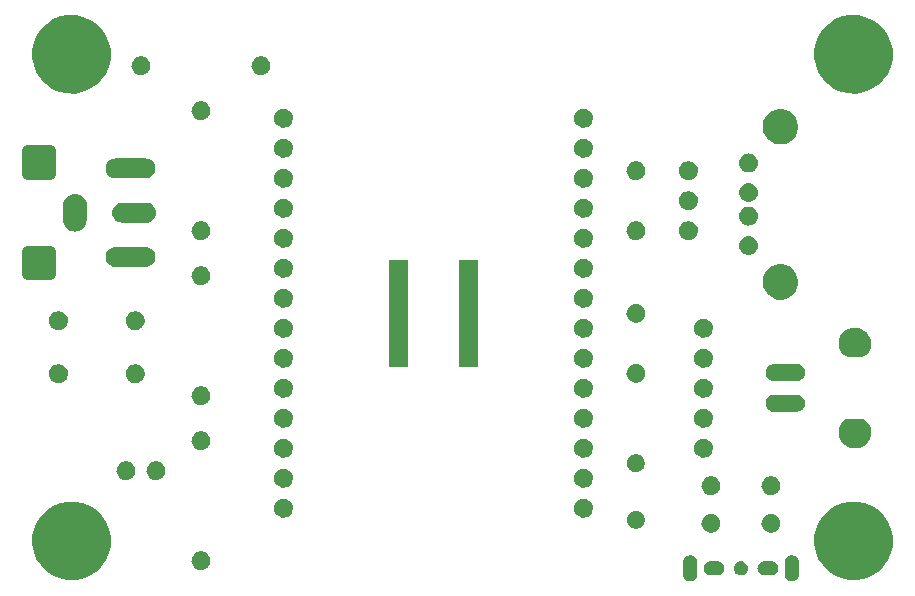
<source format=gts>
G04 #@! TF.FileFunction,Soldermask,Top*
%FSLAX45Y45*%
G04 Gerber Fmt 4.5, Leading zero omitted, Abs format (unit mm)*
G04 Created by KiCad (PCBNEW 4.0.1-stable) date 2017年09月08日金曜日 13:41:55*
%MOMM*%
G01*
G04 APERTURE LIST*
%ADD10C,0.100000*%
%ADD11C,1.000000*%
G04 APERTURE END LIST*
D10*
D11*
X13328700Y-11671100D02*
X13518700Y-11671100D01*
X13518700Y-11671100D02*
X13518700Y-11861100D01*
X13518700Y-11861100D02*
X13328700Y-11861100D01*
X13328700Y-11861100D02*
X13328700Y-11671100D01*
X13328700Y-10821100D02*
X13518700Y-10821100D01*
X13518700Y-10821100D02*
X13518700Y-11011100D01*
X13518700Y-11011100D02*
X13328700Y-11011100D01*
X13328700Y-11011100D02*
X13328700Y-10821100D01*
D10*
G36*
X18949560Y-14241692D02*
X18949561Y-14241693D01*
X18949565Y-14241693D01*
X18960751Y-14245156D01*
X18971052Y-14250725D01*
X18980074Y-14258190D01*
X18987475Y-14267264D01*
X18992973Y-14277604D01*
X18996357Y-14288814D01*
X18997500Y-14300468D01*
X18997500Y-14401532D01*
X18997494Y-14402370D01*
X18996189Y-14414007D01*
X18992648Y-14425169D01*
X18987007Y-14435430D01*
X18979480Y-14444401D01*
X18970354Y-14451738D01*
X18959976Y-14457163D01*
X18948743Y-14460469D01*
X18948740Y-14460470D01*
X18948738Y-14460470D01*
X18937081Y-14461531D01*
X18925440Y-14460307D01*
X18925439Y-14460307D01*
X18925435Y-14460307D01*
X18914249Y-14456844D01*
X18903948Y-14451274D01*
X18894926Y-14443810D01*
X18887525Y-14434736D01*
X18882027Y-14424396D01*
X18878643Y-14413186D01*
X18877500Y-14401532D01*
X18877500Y-14300468D01*
X18877506Y-14299630D01*
X18878811Y-14287993D01*
X18882352Y-14276831D01*
X18887993Y-14266570D01*
X18895520Y-14257599D01*
X18904646Y-14250262D01*
X18915024Y-14244837D01*
X18926257Y-14241531D01*
X18926260Y-14241530D01*
X18926262Y-14241530D01*
X18937919Y-14240469D01*
X18949560Y-14241692D01*
X18949560Y-14241692D01*
G37*
G36*
X19809560Y-14241692D02*
X19809561Y-14241693D01*
X19809565Y-14241693D01*
X19820751Y-14245156D01*
X19831052Y-14250725D01*
X19840074Y-14258190D01*
X19847475Y-14267264D01*
X19852973Y-14277604D01*
X19856357Y-14288814D01*
X19857500Y-14300468D01*
X19857500Y-14401532D01*
X19857494Y-14402370D01*
X19856189Y-14414007D01*
X19852648Y-14425169D01*
X19847007Y-14435430D01*
X19839480Y-14444401D01*
X19830354Y-14451738D01*
X19819976Y-14457163D01*
X19808743Y-14460469D01*
X19808740Y-14460470D01*
X19808738Y-14460470D01*
X19797081Y-14461531D01*
X19785440Y-14460307D01*
X19785439Y-14460307D01*
X19785435Y-14460307D01*
X19774249Y-14456844D01*
X19763948Y-14451274D01*
X19754926Y-14443810D01*
X19747525Y-14434736D01*
X19742027Y-14424396D01*
X19738643Y-14413186D01*
X19737500Y-14401532D01*
X19737500Y-14300468D01*
X19737506Y-14299630D01*
X19738811Y-14287993D01*
X19742352Y-14276831D01*
X19747993Y-14266570D01*
X19755520Y-14257599D01*
X19764646Y-14250262D01*
X19775024Y-14244837D01*
X19786257Y-14241531D01*
X19786260Y-14241530D01*
X19786262Y-14241530D01*
X19797919Y-14240469D01*
X19809560Y-14241692D01*
X19809560Y-14241692D01*
G37*
G36*
X13734924Y-13787721D02*
X13798799Y-13800833D01*
X13858910Y-13826101D01*
X13912969Y-13862564D01*
X13958916Y-13908833D01*
X13995001Y-13963146D01*
X14019849Y-14023431D01*
X14032508Y-14087362D01*
X14032508Y-14087364D01*
X14032514Y-14087397D01*
X14031474Y-14161875D01*
X14031467Y-14161909D01*
X14031467Y-14161909D01*
X14017028Y-14225461D01*
X13990506Y-14285030D01*
X13952919Y-14338314D01*
X13905698Y-14383282D01*
X13850642Y-14418221D01*
X13789848Y-14441801D01*
X13725633Y-14453124D01*
X13660440Y-14451759D01*
X13596754Y-14437756D01*
X13537002Y-14411651D01*
X13483457Y-14374437D01*
X13438161Y-14327531D01*
X13402838Y-14272721D01*
X13378834Y-14212093D01*
X13367063Y-14147957D01*
X13367973Y-14082757D01*
X13381530Y-14018976D01*
X13407218Y-13959042D01*
X13444058Y-13905239D01*
X13490646Y-13859616D01*
X13545209Y-13823911D01*
X13605667Y-13799484D01*
X13669718Y-13787266D01*
X13734924Y-13787721D01*
X13734924Y-13787721D01*
G37*
G36*
X20354924Y-13787721D02*
X20418799Y-13800833D01*
X20478910Y-13826101D01*
X20532969Y-13862564D01*
X20578916Y-13908833D01*
X20615001Y-13963146D01*
X20639849Y-14023431D01*
X20652508Y-14087362D01*
X20652508Y-14087364D01*
X20652514Y-14087397D01*
X20651474Y-14161875D01*
X20651467Y-14161909D01*
X20651467Y-14161909D01*
X20637028Y-14225461D01*
X20610506Y-14285030D01*
X20572919Y-14338314D01*
X20525698Y-14383282D01*
X20470642Y-14418221D01*
X20409849Y-14441801D01*
X20345633Y-14453124D01*
X20280440Y-14451759D01*
X20216754Y-14437756D01*
X20157002Y-14411651D01*
X20103457Y-14374437D01*
X20058161Y-14327531D01*
X20022838Y-14272721D01*
X19998834Y-14212093D01*
X19987063Y-14147957D01*
X19987973Y-14082757D01*
X20001530Y-14018976D01*
X20027218Y-13959042D01*
X20064058Y-13905239D01*
X20110646Y-13859616D01*
X20165209Y-13823911D01*
X20225667Y-13799484D01*
X20289719Y-13787266D01*
X20354924Y-13787721D01*
X20354924Y-13787721D01*
G37*
G36*
X19373802Y-14291040D02*
X19385329Y-14293406D01*
X19396176Y-14297965D01*
X19405931Y-14304545D01*
X19414222Y-14312894D01*
X19420734Y-14322696D01*
X19425217Y-14333574D01*
X19427496Y-14345082D01*
X19427496Y-14345083D01*
X19427503Y-14345117D01*
X19427315Y-14358556D01*
X19427307Y-14358590D01*
X19427307Y-14358591D01*
X19424708Y-14370030D01*
X19419922Y-14380780D01*
X19413140Y-14390395D01*
X19404618Y-14398510D01*
X19394684Y-14404814D01*
X19383713Y-14409070D01*
X19372126Y-14411113D01*
X19360362Y-14410866D01*
X19348869Y-14408340D01*
X19338087Y-14403629D01*
X19328425Y-14396914D01*
X19320251Y-14388449D01*
X19313877Y-14378559D01*
X19309545Y-14367618D01*
X19307421Y-14356045D01*
X19307585Y-14344279D01*
X19310032Y-14332770D01*
X19314667Y-14321955D01*
X19321315Y-14312246D01*
X19329722Y-14304013D01*
X19339568Y-14297570D01*
X19350478Y-14293162D01*
X19362035Y-14290958D01*
X19373802Y-14291040D01*
X19373802Y-14291040D01*
G37*
G36*
X19622525Y-14291004D02*
X19622759Y-14291006D01*
X19634396Y-14292311D01*
X19645558Y-14295852D01*
X19655819Y-14301493D01*
X19664789Y-14309020D01*
X19672127Y-14318146D01*
X19677552Y-14328524D01*
X19680858Y-14339757D01*
X19680859Y-14339761D01*
X19680859Y-14339762D01*
X19681920Y-14351419D01*
X19680696Y-14363060D01*
X19680696Y-14363061D01*
X19680696Y-14363065D01*
X19677233Y-14374251D01*
X19671663Y-14384552D01*
X19664199Y-14393574D01*
X19655125Y-14400975D01*
X19644785Y-14406473D01*
X19633575Y-14409857D01*
X19621921Y-14411000D01*
X19567075Y-14411000D01*
X19566475Y-14410996D01*
X19566241Y-14410994D01*
X19554604Y-14409689D01*
X19543443Y-14406148D01*
X19533181Y-14400507D01*
X19524211Y-14392980D01*
X19516873Y-14383854D01*
X19511448Y-14373476D01*
X19508142Y-14362243D01*
X19508142Y-14362239D01*
X19508141Y-14362238D01*
X19507080Y-14350581D01*
X19508304Y-14338940D01*
X19508304Y-14338939D01*
X19508305Y-14338935D01*
X19511767Y-14327749D01*
X19517337Y-14317448D01*
X19524801Y-14308426D01*
X19533876Y-14301025D01*
X19544215Y-14295527D01*
X19555425Y-14292143D01*
X19567079Y-14291000D01*
X19621925Y-14291000D01*
X19622525Y-14291004D01*
X19622525Y-14291004D01*
G37*
G36*
X19168525Y-14291004D02*
X19168759Y-14291006D01*
X19180396Y-14292311D01*
X19191558Y-14295852D01*
X19201819Y-14301493D01*
X19210789Y-14309020D01*
X19218127Y-14318146D01*
X19223552Y-14328524D01*
X19226858Y-14339757D01*
X19226859Y-14339761D01*
X19226859Y-14339762D01*
X19227920Y-14351419D01*
X19226696Y-14363060D01*
X19226696Y-14363061D01*
X19226696Y-14363065D01*
X19223233Y-14374251D01*
X19217663Y-14384552D01*
X19210199Y-14393574D01*
X19201125Y-14400975D01*
X19190785Y-14406473D01*
X19179575Y-14409857D01*
X19167921Y-14411000D01*
X19113075Y-14411000D01*
X19112475Y-14410996D01*
X19112241Y-14410994D01*
X19100604Y-14409689D01*
X19089443Y-14406148D01*
X19079181Y-14400507D01*
X19070211Y-14392980D01*
X19062873Y-14383854D01*
X19057448Y-14373476D01*
X19054142Y-14362243D01*
X19054142Y-14362239D01*
X19054141Y-14362238D01*
X19053080Y-14350581D01*
X19054304Y-14338940D01*
X19054304Y-14338939D01*
X19054305Y-14338935D01*
X19057767Y-14327749D01*
X19063337Y-14317448D01*
X19070801Y-14308426D01*
X19079876Y-14301025D01*
X19090215Y-14295527D01*
X19101425Y-14292143D01*
X19113079Y-14291000D01*
X19167925Y-14291000D01*
X19168525Y-14291004D01*
X19168525Y-14291004D01*
G37*
G36*
X14803903Y-14207553D02*
X14819271Y-14210708D01*
X14833734Y-14216787D01*
X14846741Y-14225560D01*
X14857796Y-14236693D01*
X14866478Y-14249760D01*
X14872456Y-14264265D01*
X14875497Y-14279621D01*
X14875497Y-14279623D01*
X14875503Y-14279656D01*
X14875253Y-14297575D01*
X14875246Y-14297609D01*
X14875246Y-14297610D01*
X14871778Y-14312874D01*
X14865396Y-14327207D01*
X14856353Y-14340027D01*
X14844991Y-14350846D01*
X14831745Y-14359253D01*
X14817118Y-14364926D01*
X14801667Y-14367650D01*
X14785982Y-14367322D01*
X14770659Y-14363953D01*
X14756282Y-14357672D01*
X14743399Y-14348718D01*
X14732501Y-14337432D01*
X14724002Y-14324245D01*
X14718227Y-14309658D01*
X14715395Y-14294226D01*
X14715614Y-14278539D01*
X14718875Y-14263194D01*
X14725056Y-14248773D01*
X14733920Y-14235828D01*
X14745129Y-14224851D01*
X14758257Y-14216260D01*
X14772803Y-14210383D01*
X14788214Y-14207443D01*
X14803903Y-14207553D01*
X14803903Y-14207553D01*
G37*
G36*
X19121903Y-13890053D02*
X19137271Y-13893208D01*
X19151734Y-13899287D01*
X19164741Y-13908060D01*
X19175796Y-13919193D01*
X19184478Y-13932260D01*
X19190456Y-13946765D01*
X19193497Y-13962121D01*
X19193497Y-13962123D01*
X19193503Y-13962156D01*
X19193253Y-13980075D01*
X19193246Y-13980109D01*
X19193246Y-13980110D01*
X19189778Y-13995374D01*
X19183396Y-14009707D01*
X19174353Y-14022527D01*
X19162991Y-14033346D01*
X19149745Y-14041753D01*
X19135118Y-14047426D01*
X19119668Y-14050150D01*
X19103982Y-14049822D01*
X19088659Y-14046453D01*
X19074283Y-14040172D01*
X19061399Y-14031218D01*
X19050501Y-14019932D01*
X19042002Y-14006745D01*
X19036227Y-13992158D01*
X19033395Y-13976726D01*
X19033614Y-13961039D01*
X19036875Y-13945694D01*
X19043056Y-13931273D01*
X19051920Y-13918328D01*
X19063129Y-13907351D01*
X19076257Y-13898760D01*
X19090804Y-13892883D01*
X19106214Y-13889943D01*
X19121903Y-13890053D01*
X19121903Y-13890053D01*
G37*
G36*
X19629903Y-13890053D02*
X19645271Y-13893208D01*
X19659734Y-13899287D01*
X19672741Y-13908060D01*
X19683796Y-13919193D01*
X19692478Y-13932260D01*
X19698456Y-13946765D01*
X19701497Y-13962121D01*
X19701497Y-13962123D01*
X19701503Y-13962156D01*
X19701253Y-13980075D01*
X19701246Y-13980109D01*
X19701246Y-13980110D01*
X19697778Y-13995374D01*
X19691396Y-14009707D01*
X19682353Y-14022527D01*
X19670991Y-14033346D01*
X19657745Y-14041753D01*
X19643118Y-14047426D01*
X19627668Y-14050150D01*
X19611982Y-14049822D01*
X19596659Y-14046453D01*
X19582283Y-14040172D01*
X19569399Y-14031218D01*
X19558501Y-14019932D01*
X19550002Y-14006745D01*
X19544227Y-13992158D01*
X19541395Y-13976726D01*
X19541614Y-13961039D01*
X19544875Y-13945694D01*
X19551056Y-13931273D01*
X19559920Y-13918328D01*
X19571129Y-13907351D01*
X19584257Y-13898760D01*
X19598804Y-13892883D01*
X19614214Y-13889943D01*
X19629903Y-13890053D01*
X19629903Y-13890053D01*
G37*
G36*
X18486378Y-13867050D02*
X18500786Y-13870007D01*
X18514344Y-13875707D01*
X18526538Y-13883932D01*
X18536902Y-13894368D01*
X18545042Y-13906619D01*
X18550646Y-13920217D01*
X18553497Y-13934611D01*
X18553497Y-13934612D01*
X18553503Y-13934646D01*
X18553269Y-13951445D01*
X18553261Y-13951479D01*
X18553261Y-13951480D01*
X18550010Y-13965788D01*
X18544028Y-13979225D01*
X18535550Y-13991244D01*
X18524898Y-14001387D01*
X18512480Y-14009268D01*
X18498767Y-14014587D01*
X18484282Y-14017141D01*
X18469577Y-14016833D01*
X18455211Y-14013674D01*
X18441734Y-14007786D01*
X18429655Y-13999392D01*
X18419438Y-13988811D01*
X18411471Y-13976449D01*
X18406056Y-13962773D01*
X18403401Y-13948306D01*
X18403607Y-13933599D01*
X18406665Y-13919213D01*
X18412459Y-13905694D01*
X18420769Y-13893557D01*
X18431277Y-13883266D01*
X18443584Y-13875213D01*
X18457222Y-13869703D01*
X18471669Y-13866947D01*
X18486378Y-13867050D01*
X18486378Y-13867050D01*
G37*
G36*
X15502403Y-13763053D02*
X15517771Y-13766208D01*
X15532234Y-13772287D01*
X15545241Y-13781060D01*
X15556296Y-13792193D01*
X15564978Y-13805260D01*
X15570956Y-13819765D01*
X15573997Y-13835121D01*
X15573997Y-13835123D01*
X15574003Y-13835156D01*
X15573753Y-13853075D01*
X15573746Y-13853109D01*
X15573746Y-13853110D01*
X15570278Y-13868374D01*
X15563896Y-13882707D01*
X15554853Y-13895527D01*
X15543491Y-13906346D01*
X15530245Y-13914753D01*
X15515618Y-13920426D01*
X15500167Y-13923150D01*
X15484482Y-13922822D01*
X15469159Y-13919453D01*
X15454782Y-13913172D01*
X15441899Y-13904218D01*
X15431001Y-13892932D01*
X15422502Y-13879745D01*
X15416727Y-13865158D01*
X15413895Y-13849726D01*
X15414114Y-13834039D01*
X15417375Y-13818694D01*
X15423556Y-13804273D01*
X15432420Y-13791328D01*
X15443629Y-13780351D01*
X15456757Y-13771760D01*
X15471303Y-13765883D01*
X15486714Y-13762943D01*
X15502403Y-13763053D01*
X15502403Y-13763053D01*
G37*
G36*
X18042403Y-13763053D02*
X18057771Y-13766208D01*
X18072234Y-13772287D01*
X18085241Y-13781060D01*
X18096296Y-13792193D01*
X18104978Y-13805260D01*
X18110956Y-13819765D01*
X18113997Y-13835121D01*
X18113997Y-13835123D01*
X18114003Y-13835156D01*
X18113753Y-13853075D01*
X18113746Y-13853109D01*
X18113746Y-13853110D01*
X18110278Y-13868374D01*
X18103896Y-13882707D01*
X18094853Y-13895527D01*
X18083491Y-13906346D01*
X18070245Y-13914753D01*
X18055618Y-13920426D01*
X18040168Y-13923150D01*
X18024482Y-13922822D01*
X18009159Y-13919453D01*
X17994783Y-13913172D01*
X17981899Y-13904218D01*
X17971001Y-13892932D01*
X17962502Y-13879745D01*
X17956727Y-13865158D01*
X17953895Y-13849726D01*
X17954114Y-13834039D01*
X17957375Y-13818694D01*
X17963556Y-13804273D01*
X17972420Y-13791328D01*
X17983629Y-13780351D01*
X17996757Y-13771760D01*
X18011304Y-13765883D01*
X18026714Y-13762943D01*
X18042403Y-13763053D01*
X18042403Y-13763053D01*
G37*
G36*
X19121903Y-13572553D02*
X19137271Y-13575708D01*
X19151734Y-13581787D01*
X19164741Y-13590560D01*
X19175796Y-13601693D01*
X19184478Y-13614760D01*
X19190456Y-13629265D01*
X19193497Y-13644621D01*
X19193497Y-13644623D01*
X19193503Y-13644656D01*
X19193253Y-13662575D01*
X19193246Y-13662609D01*
X19193246Y-13662610D01*
X19189778Y-13677874D01*
X19183396Y-13692207D01*
X19174353Y-13705027D01*
X19162991Y-13715846D01*
X19149745Y-13724253D01*
X19135118Y-13729926D01*
X19119668Y-13732650D01*
X19103982Y-13732322D01*
X19088659Y-13728953D01*
X19074283Y-13722672D01*
X19061399Y-13713718D01*
X19050501Y-13702432D01*
X19042002Y-13689245D01*
X19036227Y-13674658D01*
X19033395Y-13659226D01*
X19033614Y-13643539D01*
X19036875Y-13628194D01*
X19043056Y-13613773D01*
X19051920Y-13600828D01*
X19063129Y-13589851D01*
X19076257Y-13581260D01*
X19090804Y-13575383D01*
X19106214Y-13572443D01*
X19121903Y-13572553D01*
X19121903Y-13572553D01*
G37*
G36*
X19629903Y-13572553D02*
X19645271Y-13575708D01*
X19659734Y-13581787D01*
X19672741Y-13590560D01*
X19683796Y-13601693D01*
X19692478Y-13614760D01*
X19698456Y-13629265D01*
X19701497Y-13644621D01*
X19701497Y-13644623D01*
X19701503Y-13644656D01*
X19701253Y-13662575D01*
X19701246Y-13662609D01*
X19701246Y-13662610D01*
X19697778Y-13677874D01*
X19691396Y-13692207D01*
X19682353Y-13705027D01*
X19670991Y-13715846D01*
X19657745Y-13724253D01*
X19643118Y-13729926D01*
X19627668Y-13732650D01*
X19611982Y-13732322D01*
X19596659Y-13728953D01*
X19582283Y-13722672D01*
X19569399Y-13713718D01*
X19558501Y-13702432D01*
X19550002Y-13689245D01*
X19544227Y-13674658D01*
X19541395Y-13659226D01*
X19541614Y-13643539D01*
X19544875Y-13628194D01*
X19551056Y-13613773D01*
X19559920Y-13600828D01*
X19571129Y-13589851D01*
X19584257Y-13581260D01*
X19598804Y-13575383D01*
X19614214Y-13572443D01*
X19629903Y-13572553D01*
X19629903Y-13572553D01*
G37*
G36*
X15502403Y-13509053D02*
X15517771Y-13512208D01*
X15532234Y-13518287D01*
X15545241Y-13527060D01*
X15556296Y-13538193D01*
X15564978Y-13551260D01*
X15570956Y-13565765D01*
X15573997Y-13581121D01*
X15573997Y-13581123D01*
X15574003Y-13581156D01*
X15573753Y-13599075D01*
X15573746Y-13599109D01*
X15573746Y-13599110D01*
X15570278Y-13614374D01*
X15563896Y-13628707D01*
X15554853Y-13641527D01*
X15543491Y-13652346D01*
X15530245Y-13660753D01*
X15515618Y-13666426D01*
X15500167Y-13669150D01*
X15484482Y-13668822D01*
X15469159Y-13665453D01*
X15454782Y-13659172D01*
X15441899Y-13650218D01*
X15431001Y-13638932D01*
X15422502Y-13625745D01*
X15416727Y-13611158D01*
X15413895Y-13595726D01*
X15414114Y-13580039D01*
X15417375Y-13564694D01*
X15423556Y-13550273D01*
X15432420Y-13537328D01*
X15443629Y-13526351D01*
X15456757Y-13517760D01*
X15471303Y-13511883D01*
X15486714Y-13508943D01*
X15502403Y-13509053D01*
X15502403Y-13509053D01*
G37*
G36*
X18042403Y-13509053D02*
X18057771Y-13512208D01*
X18072234Y-13518287D01*
X18085241Y-13527060D01*
X18096296Y-13538193D01*
X18104978Y-13551260D01*
X18110956Y-13565765D01*
X18113997Y-13581121D01*
X18113997Y-13581123D01*
X18114003Y-13581156D01*
X18113753Y-13599075D01*
X18113746Y-13599109D01*
X18113746Y-13599110D01*
X18110278Y-13614374D01*
X18103896Y-13628707D01*
X18094853Y-13641527D01*
X18083491Y-13652346D01*
X18070245Y-13660753D01*
X18055618Y-13666426D01*
X18040168Y-13669150D01*
X18024482Y-13668822D01*
X18009159Y-13665453D01*
X17994783Y-13659172D01*
X17981899Y-13650218D01*
X17971001Y-13638932D01*
X17962502Y-13625745D01*
X17956727Y-13611158D01*
X17953895Y-13595726D01*
X17954114Y-13580039D01*
X17957375Y-13564694D01*
X17963556Y-13550273D01*
X17972420Y-13537328D01*
X17983629Y-13526351D01*
X17996757Y-13517760D01*
X18011304Y-13511883D01*
X18026714Y-13508943D01*
X18042403Y-13509053D01*
X18042403Y-13509053D01*
G37*
G36*
X14168903Y-13445553D02*
X14184271Y-13448708D01*
X14198734Y-13454787D01*
X14211741Y-13463560D01*
X14222796Y-13474693D01*
X14231478Y-13487760D01*
X14237456Y-13502265D01*
X14240497Y-13517621D01*
X14240497Y-13517623D01*
X14240503Y-13517656D01*
X14240253Y-13535575D01*
X14240246Y-13535609D01*
X14240246Y-13535610D01*
X14236778Y-13550874D01*
X14230396Y-13565207D01*
X14221353Y-13578027D01*
X14209991Y-13588846D01*
X14196745Y-13597253D01*
X14182118Y-13602926D01*
X14166667Y-13605650D01*
X14150982Y-13605322D01*
X14135659Y-13601953D01*
X14121282Y-13595672D01*
X14108399Y-13586718D01*
X14097501Y-13575432D01*
X14089002Y-13562245D01*
X14083227Y-13547658D01*
X14080395Y-13532226D01*
X14080614Y-13516539D01*
X14083875Y-13501194D01*
X14090056Y-13486773D01*
X14098920Y-13473828D01*
X14110129Y-13462851D01*
X14123257Y-13454260D01*
X14137803Y-13448383D01*
X14153214Y-13445443D01*
X14168903Y-13445553D01*
X14168903Y-13445553D01*
G37*
G36*
X14422903Y-13445553D02*
X14438271Y-13448708D01*
X14452734Y-13454787D01*
X14465741Y-13463560D01*
X14476796Y-13474693D01*
X14485478Y-13487760D01*
X14491456Y-13502265D01*
X14494497Y-13517621D01*
X14494497Y-13517623D01*
X14494503Y-13517656D01*
X14494253Y-13535575D01*
X14494246Y-13535609D01*
X14494246Y-13535610D01*
X14490778Y-13550874D01*
X14484396Y-13565207D01*
X14475353Y-13578027D01*
X14463991Y-13588846D01*
X14450745Y-13597253D01*
X14436118Y-13602926D01*
X14420667Y-13605650D01*
X14404982Y-13605322D01*
X14389659Y-13601953D01*
X14375282Y-13595672D01*
X14362399Y-13586718D01*
X14351501Y-13575432D01*
X14343002Y-13562245D01*
X14337227Y-13547658D01*
X14334395Y-13532226D01*
X14334614Y-13516539D01*
X14337875Y-13501194D01*
X14344056Y-13486773D01*
X14352920Y-13473828D01*
X14364129Y-13462851D01*
X14377257Y-13454260D01*
X14391803Y-13448383D01*
X14407214Y-13445443D01*
X14422903Y-13445553D01*
X14422903Y-13445553D01*
G37*
G36*
X18486378Y-13387050D02*
X18500786Y-13390007D01*
X18514344Y-13395707D01*
X18526538Y-13403932D01*
X18536902Y-13414368D01*
X18545042Y-13426619D01*
X18550646Y-13440217D01*
X18553497Y-13454611D01*
X18553497Y-13454612D01*
X18553503Y-13454646D01*
X18553269Y-13471445D01*
X18553261Y-13471479D01*
X18553261Y-13471480D01*
X18550010Y-13485788D01*
X18544028Y-13499225D01*
X18535550Y-13511244D01*
X18524898Y-13521387D01*
X18512480Y-13529268D01*
X18498767Y-13534587D01*
X18484282Y-13537141D01*
X18469577Y-13536833D01*
X18455211Y-13533674D01*
X18441734Y-13527786D01*
X18429655Y-13519392D01*
X18419438Y-13508811D01*
X18411471Y-13496449D01*
X18406056Y-13482773D01*
X18403401Y-13468306D01*
X18403607Y-13453599D01*
X18406665Y-13439213D01*
X18412459Y-13425694D01*
X18420769Y-13413557D01*
X18431277Y-13403266D01*
X18443584Y-13395213D01*
X18457222Y-13389703D01*
X18471669Y-13386947D01*
X18486378Y-13387050D01*
X18486378Y-13387050D01*
G37*
G36*
X15502403Y-13255053D02*
X15517771Y-13258208D01*
X15532234Y-13264287D01*
X15545241Y-13273060D01*
X15556296Y-13284193D01*
X15564978Y-13297260D01*
X15570956Y-13311765D01*
X15573997Y-13327121D01*
X15573997Y-13327123D01*
X15574003Y-13327156D01*
X15573753Y-13345075D01*
X15573746Y-13345109D01*
X15573746Y-13345110D01*
X15570278Y-13360374D01*
X15563896Y-13374707D01*
X15554853Y-13387527D01*
X15543491Y-13398346D01*
X15530245Y-13406753D01*
X15515618Y-13412426D01*
X15500167Y-13415150D01*
X15484482Y-13414822D01*
X15469159Y-13411453D01*
X15454782Y-13405172D01*
X15441899Y-13396218D01*
X15431001Y-13384932D01*
X15422502Y-13371745D01*
X15416727Y-13357158D01*
X15413895Y-13341726D01*
X15414114Y-13326039D01*
X15417375Y-13310694D01*
X15423556Y-13296273D01*
X15432420Y-13283328D01*
X15443629Y-13272351D01*
X15456757Y-13263760D01*
X15471303Y-13257883D01*
X15486714Y-13254943D01*
X15502403Y-13255053D01*
X15502403Y-13255053D01*
G37*
G36*
X18042403Y-13255053D02*
X18057771Y-13258208D01*
X18072234Y-13264287D01*
X18085241Y-13273060D01*
X18096296Y-13284193D01*
X18104978Y-13297260D01*
X18110956Y-13311765D01*
X18113997Y-13327121D01*
X18113997Y-13327123D01*
X18114003Y-13327156D01*
X18113753Y-13345075D01*
X18113746Y-13345109D01*
X18113746Y-13345110D01*
X18110278Y-13360374D01*
X18103896Y-13374707D01*
X18094853Y-13387527D01*
X18083491Y-13398346D01*
X18070245Y-13406753D01*
X18055618Y-13412426D01*
X18040168Y-13415150D01*
X18024482Y-13414822D01*
X18009159Y-13411453D01*
X17994783Y-13405172D01*
X17981899Y-13396218D01*
X17971001Y-13384932D01*
X17962502Y-13371745D01*
X17956727Y-13357158D01*
X17953895Y-13341726D01*
X17954114Y-13326039D01*
X17957375Y-13310694D01*
X17963556Y-13296273D01*
X17972420Y-13283328D01*
X17983629Y-13272351D01*
X17996757Y-13263760D01*
X18011304Y-13257883D01*
X18026714Y-13254943D01*
X18042403Y-13255053D01*
X18042403Y-13255053D01*
G37*
G36*
X19058403Y-13255053D02*
X19073771Y-13258208D01*
X19088234Y-13264287D01*
X19101241Y-13273060D01*
X19112296Y-13284193D01*
X19120978Y-13297260D01*
X19126956Y-13311765D01*
X19129997Y-13327121D01*
X19129997Y-13327123D01*
X19130003Y-13327156D01*
X19129753Y-13345075D01*
X19129746Y-13345109D01*
X19129746Y-13345110D01*
X19126278Y-13360374D01*
X19119896Y-13374707D01*
X19110853Y-13387527D01*
X19099491Y-13398346D01*
X19086245Y-13406753D01*
X19071618Y-13412426D01*
X19056168Y-13415150D01*
X19040482Y-13414822D01*
X19025159Y-13411453D01*
X19010783Y-13405172D01*
X18997899Y-13396218D01*
X18987001Y-13384932D01*
X18978502Y-13371745D01*
X18972727Y-13357158D01*
X18969895Y-13341726D01*
X18970114Y-13326039D01*
X18973375Y-13310694D01*
X18979556Y-13296273D01*
X18988420Y-13283328D01*
X18999629Y-13272351D01*
X19012757Y-13263760D01*
X19027304Y-13257883D01*
X19042714Y-13254943D01*
X19058403Y-13255053D01*
X19058403Y-13255053D01*
G37*
G36*
X14803903Y-13191553D02*
X14819271Y-13194708D01*
X14833734Y-13200787D01*
X14846741Y-13209560D01*
X14857796Y-13220693D01*
X14866478Y-13233760D01*
X14872456Y-13248265D01*
X14875497Y-13263621D01*
X14875497Y-13263623D01*
X14875503Y-13263656D01*
X14875253Y-13281575D01*
X14875246Y-13281609D01*
X14875246Y-13281610D01*
X14871778Y-13296874D01*
X14865396Y-13311207D01*
X14856353Y-13324027D01*
X14844991Y-13334846D01*
X14831745Y-13343253D01*
X14817118Y-13348926D01*
X14801667Y-13351650D01*
X14785982Y-13351322D01*
X14770659Y-13347953D01*
X14756282Y-13341672D01*
X14743399Y-13332718D01*
X14732501Y-13321432D01*
X14724002Y-13308245D01*
X14718227Y-13293658D01*
X14715395Y-13278226D01*
X14715614Y-13262539D01*
X14718875Y-13247194D01*
X14725056Y-13232773D01*
X14733920Y-13219828D01*
X14745129Y-13208851D01*
X14758257Y-13200260D01*
X14772803Y-13194383D01*
X14788214Y-13191443D01*
X14803903Y-13191553D01*
X14803903Y-13191553D01*
G37*
G36*
X20368022Y-13084007D02*
X20368449Y-13084010D01*
X20387844Y-13086185D01*
X20406447Y-13092086D01*
X20423550Y-13101489D01*
X20438501Y-13114034D01*
X20450730Y-13129244D01*
X20459772Y-13146539D01*
X20465282Y-13165262D01*
X20465282Y-13165265D01*
X20465283Y-13165267D01*
X20467051Y-13184698D01*
X20465874Y-13195896D01*
X20465867Y-13196872D01*
X20467050Y-13209872D01*
X20464501Y-13234130D01*
X20464501Y-13234131D01*
X20464500Y-13234135D01*
X20457286Y-13257439D01*
X20445683Y-13278899D01*
X20430133Y-13297696D01*
X20411227Y-13313115D01*
X20389687Y-13324568D01*
X20366333Y-13331619D01*
X20342053Y-13334000D01*
X20320743Y-13334000D01*
X20319767Y-13333993D01*
X20319002Y-13333988D01*
X20294758Y-13331268D01*
X20271504Y-13323892D01*
X20250126Y-13312139D01*
X20231438Y-13296458D01*
X20216151Y-13277445D01*
X20204849Y-13255826D01*
X20197961Y-13232423D01*
X20197961Y-13232419D01*
X20197960Y-13232418D01*
X20195750Y-13208127D01*
X20196909Y-13197098D01*
X20196916Y-13196122D01*
X20195749Y-13183302D01*
X20197789Y-13163897D01*
X20197789Y-13163896D01*
X20197789Y-13163892D01*
X20203561Y-13145248D01*
X20212843Y-13128081D01*
X20225283Y-13113043D01*
X20240408Y-13100708D01*
X20257640Y-13091545D01*
X20276323Y-13085904D01*
X20295747Y-13084000D01*
X20367057Y-13084000D01*
X20368022Y-13084007D01*
X20368022Y-13084007D01*
G37*
G36*
X19058403Y-13001053D02*
X19073771Y-13004208D01*
X19088234Y-13010287D01*
X19101241Y-13019060D01*
X19112296Y-13030193D01*
X19120978Y-13043260D01*
X19126956Y-13057765D01*
X19129997Y-13073121D01*
X19129997Y-13073123D01*
X19130003Y-13073156D01*
X19129753Y-13091075D01*
X19129746Y-13091109D01*
X19129746Y-13091110D01*
X19126278Y-13106374D01*
X19119896Y-13120707D01*
X19110853Y-13133527D01*
X19099491Y-13144346D01*
X19086245Y-13152753D01*
X19071618Y-13158426D01*
X19056168Y-13161150D01*
X19040482Y-13160822D01*
X19025159Y-13157453D01*
X19010783Y-13151172D01*
X18997899Y-13142218D01*
X18987001Y-13130932D01*
X18978502Y-13117745D01*
X18972727Y-13103158D01*
X18969895Y-13087726D01*
X18970114Y-13072039D01*
X18973375Y-13056694D01*
X18979556Y-13042273D01*
X18988420Y-13029328D01*
X18999629Y-13018351D01*
X19012757Y-13009760D01*
X19027304Y-13003883D01*
X19042714Y-13000943D01*
X19058403Y-13001053D01*
X19058403Y-13001053D01*
G37*
G36*
X18042403Y-13001053D02*
X18057771Y-13004208D01*
X18072234Y-13010287D01*
X18085241Y-13019060D01*
X18096296Y-13030193D01*
X18104978Y-13043260D01*
X18110956Y-13057765D01*
X18113997Y-13073121D01*
X18113997Y-13073123D01*
X18114003Y-13073156D01*
X18113753Y-13091075D01*
X18113746Y-13091109D01*
X18113746Y-13091110D01*
X18110278Y-13106374D01*
X18103896Y-13120707D01*
X18094853Y-13133527D01*
X18083491Y-13144346D01*
X18070245Y-13152753D01*
X18055618Y-13158426D01*
X18040168Y-13161150D01*
X18024482Y-13160822D01*
X18009159Y-13157453D01*
X17994783Y-13151172D01*
X17981899Y-13142218D01*
X17971001Y-13130932D01*
X17962502Y-13117745D01*
X17956727Y-13103158D01*
X17953895Y-13087726D01*
X17954114Y-13072039D01*
X17957375Y-13056694D01*
X17963556Y-13042273D01*
X17972420Y-13029328D01*
X17983629Y-13018351D01*
X17996757Y-13009760D01*
X18011304Y-13003883D01*
X18026714Y-13000943D01*
X18042403Y-13001053D01*
X18042403Y-13001053D01*
G37*
G36*
X15502403Y-13001053D02*
X15517771Y-13004208D01*
X15532234Y-13010287D01*
X15545241Y-13019060D01*
X15556296Y-13030193D01*
X15564978Y-13043260D01*
X15570956Y-13057765D01*
X15573997Y-13073121D01*
X15573997Y-13073123D01*
X15574003Y-13073156D01*
X15573753Y-13091075D01*
X15573746Y-13091109D01*
X15573746Y-13091110D01*
X15570278Y-13106374D01*
X15563896Y-13120707D01*
X15554853Y-13133527D01*
X15543491Y-13144346D01*
X15530245Y-13152753D01*
X15515618Y-13158426D01*
X15500167Y-13161150D01*
X15484482Y-13160822D01*
X15469159Y-13157453D01*
X15454782Y-13151172D01*
X15441899Y-13142218D01*
X15431001Y-13130932D01*
X15422502Y-13117745D01*
X15416727Y-13103158D01*
X15413895Y-13087726D01*
X15414114Y-13072039D01*
X15417375Y-13056694D01*
X15423556Y-13042273D01*
X15432420Y-13029328D01*
X15443629Y-13018351D01*
X15456757Y-13009760D01*
X15471303Y-13003883D01*
X15486714Y-13000943D01*
X15502403Y-13001053D01*
X15502403Y-13001053D01*
G37*
G36*
X19845015Y-12881548D02*
X19858943Y-12884407D01*
X19872050Y-12889917D01*
X19883837Y-12897867D01*
X19893856Y-12907956D01*
X19901724Y-12919798D01*
X19907142Y-12932944D01*
X19909897Y-12946856D01*
X19909897Y-12946858D01*
X19909903Y-12946891D01*
X19909676Y-12963131D01*
X19909669Y-12963164D01*
X19909669Y-12963165D01*
X19906527Y-12976995D01*
X19900744Y-12989984D01*
X19892548Y-13001602D01*
X19882251Y-13011408D01*
X19870247Y-13019026D01*
X19856991Y-13024167D01*
X19842989Y-13026636D01*
X19828774Y-13026339D01*
X19828661Y-13026314D01*
X19827237Y-13026229D01*
X19824474Y-13026500D01*
X19647923Y-13026500D01*
X19647486Y-13026497D01*
X19646914Y-13026493D01*
X19632852Y-13024916D01*
X19619365Y-13020637D01*
X19606966Y-13013821D01*
X19596127Y-13004726D01*
X19587260Y-12993698D01*
X19580705Y-12981159D01*
X19576710Y-12967585D01*
X19576710Y-12967582D01*
X19576709Y-12967580D01*
X19575427Y-12953494D01*
X19576906Y-12939427D01*
X19576906Y-12939425D01*
X19576907Y-12939422D01*
X19581091Y-12925905D01*
X19587821Y-12913458D01*
X19596840Y-12902556D01*
X19607805Y-12893613D01*
X19620298Y-12886970D01*
X19633844Y-12882881D01*
X19647926Y-12881500D01*
X19824478Y-12881500D01*
X19824915Y-12881503D01*
X19825487Y-12881507D01*
X19827958Y-12881784D01*
X19829311Y-12881732D01*
X19830797Y-12881449D01*
X19845015Y-12881548D01*
X19845015Y-12881548D01*
G37*
G36*
X14803903Y-12810553D02*
X14819271Y-12813708D01*
X14833734Y-12819787D01*
X14846741Y-12828560D01*
X14857796Y-12839693D01*
X14866478Y-12852760D01*
X14872456Y-12867265D01*
X14875497Y-12882621D01*
X14875497Y-12882623D01*
X14875503Y-12882656D01*
X14875253Y-12900575D01*
X14875246Y-12900609D01*
X14875246Y-12900610D01*
X14871778Y-12915874D01*
X14865396Y-12930207D01*
X14856353Y-12943027D01*
X14844991Y-12953846D01*
X14831745Y-12962253D01*
X14817118Y-12967926D01*
X14801667Y-12970650D01*
X14785982Y-12970322D01*
X14770659Y-12966953D01*
X14756282Y-12960672D01*
X14743399Y-12951718D01*
X14732501Y-12940432D01*
X14724002Y-12927245D01*
X14718227Y-12912658D01*
X14715395Y-12897226D01*
X14715614Y-12881539D01*
X14718875Y-12866194D01*
X14725056Y-12851773D01*
X14733920Y-12838828D01*
X14745129Y-12827851D01*
X14758257Y-12819260D01*
X14772803Y-12813383D01*
X14788214Y-12810443D01*
X14803903Y-12810553D01*
X14803903Y-12810553D01*
G37*
G36*
X19058403Y-12747053D02*
X19073771Y-12750208D01*
X19088234Y-12756287D01*
X19101241Y-12765060D01*
X19112296Y-12776193D01*
X19120978Y-12789260D01*
X19126956Y-12803765D01*
X19129997Y-12819121D01*
X19129997Y-12819123D01*
X19130003Y-12819156D01*
X19129753Y-12837075D01*
X19129746Y-12837109D01*
X19129746Y-12837110D01*
X19126278Y-12852374D01*
X19119896Y-12866707D01*
X19110853Y-12879527D01*
X19099491Y-12890346D01*
X19086245Y-12898753D01*
X19071618Y-12904426D01*
X19056168Y-12907150D01*
X19040482Y-12906822D01*
X19025159Y-12903453D01*
X19010783Y-12897172D01*
X18997899Y-12888218D01*
X18987001Y-12876932D01*
X18978502Y-12863745D01*
X18972727Y-12849158D01*
X18969895Y-12833726D01*
X18970114Y-12818039D01*
X18973375Y-12802694D01*
X18979556Y-12788273D01*
X18988420Y-12775328D01*
X18999629Y-12764351D01*
X19012757Y-12755760D01*
X19027304Y-12749883D01*
X19042714Y-12746943D01*
X19058403Y-12747053D01*
X19058403Y-12747053D01*
G37*
G36*
X18042403Y-12747053D02*
X18057771Y-12750208D01*
X18072234Y-12756287D01*
X18085241Y-12765060D01*
X18096296Y-12776193D01*
X18104978Y-12789260D01*
X18110956Y-12803765D01*
X18113997Y-12819121D01*
X18113997Y-12819123D01*
X18114003Y-12819156D01*
X18113753Y-12837075D01*
X18113746Y-12837109D01*
X18113746Y-12837110D01*
X18110278Y-12852374D01*
X18103896Y-12866707D01*
X18094853Y-12879527D01*
X18083491Y-12890346D01*
X18070245Y-12898753D01*
X18055618Y-12904426D01*
X18040168Y-12907150D01*
X18024482Y-12906822D01*
X18009159Y-12903453D01*
X17994783Y-12897172D01*
X17981899Y-12888218D01*
X17971001Y-12876932D01*
X17962502Y-12863745D01*
X17956727Y-12849158D01*
X17953895Y-12833726D01*
X17954114Y-12818039D01*
X17957375Y-12802694D01*
X17963556Y-12788273D01*
X17972420Y-12775328D01*
X17983629Y-12764351D01*
X17996757Y-12755760D01*
X18011304Y-12749883D01*
X18026714Y-12746943D01*
X18042403Y-12747053D01*
X18042403Y-12747053D01*
G37*
G36*
X15502403Y-12747053D02*
X15517771Y-12750208D01*
X15532234Y-12756287D01*
X15545241Y-12765060D01*
X15556296Y-12776193D01*
X15564978Y-12789260D01*
X15570956Y-12803765D01*
X15573997Y-12819121D01*
X15573997Y-12819123D01*
X15574003Y-12819156D01*
X15573753Y-12837075D01*
X15573746Y-12837109D01*
X15573746Y-12837110D01*
X15570278Y-12852374D01*
X15563896Y-12866707D01*
X15554853Y-12879527D01*
X15543491Y-12890346D01*
X15530245Y-12898753D01*
X15515618Y-12904426D01*
X15500167Y-12907150D01*
X15484482Y-12906822D01*
X15469159Y-12903453D01*
X15454782Y-12897172D01*
X15441899Y-12888218D01*
X15431001Y-12876932D01*
X15422502Y-12863745D01*
X15416727Y-12849158D01*
X15413895Y-12833726D01*
X15414114Y-12818039D01*
X15417375Y-12802694D01*
X15423556Y-12788273D01*
X15432420Y-12775328D01*
X15443629Y-12764351D01*
X15456757Y-12755760D01*
X15471303Y-12749883D01*
X15486714Y-12746943D01*
X15502403Y-12747053D01*
X15502403Y-12747053D01*
G37*
G36*
X13597403Y-12625553D02*
X13612771Y-12628708D01*
X13627234Y-12634787D01*
X13640241Y-12643560D01*
X13651296Y-12654693D01*
X13659978Y-12667760D01*
X13665956Y-12682265D01*
X13668997Y-12697621D01*
X13668997Y-12697623D01*
X13669003Y-12697656D01*
X13668753Y-12715575D01*
X13668746Y-12715609D01*
X13668746Y-12715610D01*
X13665278Y-12730874D01*
X13658896Y-12745207D01*
X13649853Y-12758027D01*
X13638491Y-12768846D01*
X13625245Y-12777253D01*
X13610618Y-12782926D01*
X13595167Y-12785650D01*
X13579482Y-12785322D01*
X13564159Y-12781953D01*
X13549782Y-12775672D01*
X13536899Y-12766718D01*
X13526001Y-12755432D01*
X13517502Y-12742245D01*
X13511727Y-12727658D01*
X13508895Y-12712226D01*
X13509114Y-12696539D01*
X13512375Y-12681194D01*
X13518556Y-12666773D01*
X13527420Y-12653828D01*
X13538629Y-12642851D01*
X13551757Y-12634260D01*
X13566303Y-12628383D01*
X13581714Y-12625443D01*
X13597403Y-12625553D01*
X13597403Y-12625553D01*
G37*
G36*
X14247403Y-12625553D02*
X14262771Y-12628708D01*
X14277234Y-12634787D01*
X14290241Y-12643560D01*
X14301296Y-12654693D01*
X14309978Y-12667760D01*
X14315956Y-12682265D01*
X14318997Y-12697621D01*
X14318997Y-12697623D01*
X14319003Y-12697656D01*
X14318753Y-12715575D01*
X14318746Y-12715609D01*
X14318746Y-12715610D01*
X14315278Y-12730874D01*
X14308896Y-12745207D01*
X14299853Y-12758027D01*
X14288491Y-12768846D01*
X14275245Y-12777253D01*
X14260618Y-12782926D01*
X14245167Y-12785650D01*
X14229482Y-12785322D01*
X14214159Y-12781953D01*
X14199782Y-12775672D01*
X14186899Y-12766718D01*
X14176001Y-12755432D01*
X14167502Y-12742245D01*
X14161727Y-12727658D01*
X14158895Y-12712226D01*
X14159114Y-12696539D01*
X14162375Y-12681194D01*
X14168556Y-12666773D01*
X14177420Y-12653828D01*
X14188629Y-12642851D01*
X14201757Y-12634260D01*
X14216303Y-12628383D01*
X14231714Y-12625443D01*
X14247403Y-12625553D01*
X14247403Y-12625553D01*
G37*
G36*
X18486903Y-12620053D02*
X18502271Y-12623208D01*
X18516734Y-12629287D01*
X18529741Y-12638060D01*
X18540796Y-12649193D01*
X18549478Y-12662260D01*
X18555456Y-12676765D01*
X18558497Y-12692121D01*
X18558497Y-12692123D01*
X18558503Y-12692156D01*
X18558253Y-12710075D01*
X18558246Y-12710109D01*
X18558246Y-12710110D01*
X18554778Y-12725374D01*
X18548396Y-12739707D01*
X18539353Y-12752527D01*
X18527991Y-12763346D01*
X18514745Y-12771753D01*
X18500118Y-12777426D01*
X18484668Y-12780150D01*
X18468982Y-12779822D01*
X18453659Y-12776453D01*
X18439283Y-12770172D01*
X18426399Y-12761218D01*
X18415501Y-12749932D01*
X18407002Y-12736745D01*
X18401227Y-12722158D01*
X18398395Y-12706726D01*
X18398614Y-12691039D01*
X18401875Y-12675694D01*
X18408056Y-12661273D01*
X18416920Y-12648328D01*
X18428129Y-12637351D01*
X18441257Y-12628760D01*
X18455804Y-12622883D01*
X18471214Y-12619943D01*
X18486903Y-12620053D01*
X18486903Y-12620053D01*
G37*
G36*
X19845015Y-12621548D02*
X19858943Y-12624407D01*
X19872050Y-12629917D01*
X19883837Y-12637867D01*
X19893856Y-12647956D01*
X19901724Y-12659798D01*
X19907142Y-12672944D01*
X19909897Y-12686856D01*
X19909897Y-12686858D01*
X19909903Y-12686891D01*
X19909676Y-12703131D01*
X19909669Y-12703164D01*
X19909669Y-12703165D01*
X19906527Y-12716995D01*
X19900744Y-12729984D01*
X19892548Y-12741602D01*
X19882251Y-12751408D01*
X19870247Y-12759026D01*
X19856991Y-12764167D01*
X19842989Y-12766636D01*
X19828774Y-12766339D01*
X19828661Y-12766314D01*
X19827237Y-12766229D01*
X19824474Y-12766500D01*
X19647923Y-12766500D01*
X19647486Y-12766497D01*
X19646914Y-12766493D01*
X19632852Y-12764916D01*
X19619365Y-12760637D01*
X19606966Y-12753821D01*
X19596127Y-12744726D01*
X19587260Y-12733698D01*
X19580705Y-12721159D01*
X19576710Y-12707585D01*
X19576710Y-12707582D01*
X19576709Y-12707580D01*
X19575427Y-12693494D01*
X19576906Y-12679427D01*
X19576906Y-12679425D01*
X19576907Y-12679422D01*
X19581091Y-12665905D01*
X19587821Y-12653458D01*
X19596840Y-12642556D01*
X19607805Y-12633613D01*
X19620298Y-12626970D01*
X19633844Y-12622881D01*
X19647926Y-12621500D01*
X19824478Y-12621500D01*
X19824915Y-12621503D01*
X19825487Y-12621507D01*
X19827958Y-12621784D01*
X19829311Y-12621732D01*
X19830797Y-12621449D01*
X19845015Y-12621548D01*
X19845015Y-12621548D01*
G37*
G36*
X15502403Y-12493053D02*
X15517771Y-12496208D01*
X15532234Y-12502287D01*
X15545241Y-12511060D01*
X15556296Y-12522193D01*
X15564978Y-12535260D01*
X15570956Y-12549765D01*
X15573997Y-12565121D01*
X15573997Y-12565123D01*
X15574003Y-12565156D01*
X15573753Y-12583075D01*
X15573746Y-12583109D01*
X15573746Y-12583110D01*
X15570278Y-12598374D01*
X15563896Y-12612707D01*
X15554853Y-12625527D01*
X15543491Y-12636346D01*
X15530245Y-12644753D01*
X15515618Y-12650426D01*
X15500167Y-12653150D01*
X15484482Y-12652822D01*
X15469159Y-12649453D01*
X15454782Y-12643172D01*
X15441899Y-12634218D01*
X15431001Y-12622932D01*
X15422502Y-12609745D01*
X15416727Y-12595158D01*
X15413895Y-12579726D01*
X15414114Y-12564039D01*
X15417375Y-12548694D01*
X15423556Y-12534273D01*
X15432420Y-12521328D01*
X15443629Y-12510351D01*
X15456757Y-12501760D01*
X15471303Y-12495883D01*
X15486714Y-12492943D01*
X15502403Y-12493053D01*
X15502403Y-12493053D01*
G37*
G36*
X18042403Y-12493053D02*
X18057771Y-12496208D01*
X18072234Y-12502287D01*
X18085241Y-12511060D01*
X18096296Y-12522193D01*
X18104978Y-12535260D01*
X18110956Y-12549765D01*
X18113997Y-12565121D01*
X18113997Y-12565123D01*
X18114003Y-12565156D01*
X18113753Y-12583075D01*
X18113746Y-12583109D01*
X18113746Y-12583110D01*
X18110278Y-12598374D01*
X18103896Y-12612707D01*
X18094853Y-12625527D01*
X18083491Y-12636346D01*
X18070245Y-12644753D01*
X18055618Y-12650426D01*
X18040168Y-12653150D01*
X18024482Y-12652822D01*
X18009159Y-12649453D01*
X17994783Y-12643172D01*
X17981899Y-12634218D01*
X17971001Y-12622932D01*
X17962502Y-12609745D01*
X17956727Y-12595158D01*
X17953895Y-12579726D01*
X17954114Y-12564039D01*
X17957375Y-12548694D01*
X17963556Y-12534273D01*
X17972420Y-12521328D01*
X17983629Y-12510351D01*
X17996757Y-12501760D01*
X18011304Y-12495883D01*
X18026714Y-12492943D01*
X18042403Y-12493053D01*
X18042403Y-12493053D01*
G37*
G36*
X19058403Y-12493053D02*
X19073771Y-12496208D01*
X19088234Y-12502287D01*
X19101241Y-12511060D01*
X19112296Y-12522193D01*
X19120978Y-12535260D01*
X19126956Y-12549765D01*
X19129997Y-12565121D01*
X19129997Y-12565123D01*
X19130003Y-12565156D01*
X19129753Y-12583075D01*
X19129746Y-12583109D01*
X19129746Y-12583110D01*
X19126278Y-12598374D01*
X19119896Y-12612707D01*
X19110853Y-12625527D01*
X19099491Y-12636346D01*
X19086245Y-12644753D01*
X19071618Y-12650426D01*
X19056168Y-12653150D01*
X19040482Y-12652822D01*
X19025159Y-12649453D01*
X19010783Y-12643172D01*
X18997899Y-12634218D01*
X18987001Y-12622932D01*
X18978502Y-12609745D01*
X18972727Y-12595158D01*
X18969895Y-12579726D01*
X18970114Y-12564039D01*
X18973375Y-12548694D01*
X18979556Y-12534273D01*
X18988420Y-12521328D01*
X18999629Y-12510351D01*
X19012757Y-12501760D01*
X19027304Y-12495883D01*
X19042714Y-12492943D01*
X19058403Y-12493053D01*
X19058403Y-12493053D01*
G37*
G36*
X17139000Y-12644500D02*
X16979000Y-12644500D01*
X16979000Y-11739500D01*
X17139000Y-11739500D01*
X17139000Y-12644500D01*
X17139000Y-12644500D01*
G37*
G36*
X16549000Y-12644500D02*
X16389000Y-12644500D01*
X16389000Y-11739500D01*
X16549000Y-11739500D01*
X16549000Y-12644500D01*
X16549000Y-12644500D01*
G37*
G36*
X20343033Y-12317007D02*
X20343799Y-12317012D01*
X20368042Y-12319731D01*
X20391296Y-12327108D01*
X20412674Y-12338861D01*
X20431362Y-12354542D01*
X20446649Y-12373555D01*
X20457951Y-12395174D01*
X20464839Y-12418577D01*
X20464839Y-12418581D01*
X20464840Y-12418582D01*
X20467050Y-12442872D01*
X20466037Y-12452510D01*
X20466031Y-12453486D01*
X20467051Y-12464698D01*
X20465012Y-12484103D01*
X20465011Y-12484104D01*
X20465011Y-12484108D01*
X20459240Y-12502752D01*
X20449957Y-12519919D01*
X20437517Y-12534957D01*
X20422392Y-12547292D01*
X20405160Y-12556455D01*
X20386477Y-12562095D01*
X20369316Y-12563778D01*
X20368744Y-12563891D01*
X20366333Y-12564619D01*
X20342053Y-12567000D01*
X20320743Y-12567000D01*
X20319767Y-12566993D01*
X20319002Y-12566988D01*
X20294758Y-12564268D01*
X20293906Y-12563998D01*
X20293330Y-12563876D01*
X20274956Y-12561815D01*
X20256353Y-12555913D01*
X20239250Y-12546511D01*
X20224300Y-12533966D01*
X20212070Y-12518756D01*
X20203028Y-12501461D01*
X20197518Y-12482738D01*
X20197518Y-12482735D01*
X20197517Y-12482733D01*
X20195749Y-12463302D01*
X20196780Y-12453496D01*
X20196787Y-12452520D01*
X20195750Y-12441127D01*
X20198299Y-12416870D01*
X20198300Y-12416869D01*
X20198300Y-12416865D01*
X20205514Y-12393561D01*
X20217117Y-12372101D01*
X20232668Y-12353304D01*
X20251573Y-12337885D01*
X20273113Y-12326432D01*
X20296468Y-12319381D01*
X20320747Y-12317000D01*
X20342057Y-12317000D01*
X20343033Y-12317007D01*
X20343033Y-12317007D01*
G37*
G36*
X19058403Y-12239053D02*
X19073771Y-12242208D01*
X19088234Y-12248287D01*
X19101241Y-12257060D01*
X19112296Y-12268193D01*
X19120978Y-12281260D01*
X19126956Y-12295765D01*
X19129997Y-12311121D01*
X19129997Y-12311123D01*
X19130003Y-12311156D01*
X19129753Y-12329075D01*
X19129746Y-12329109D01*
X19129746Y-12329110D01*
X19126278Y-12344374D01*
X19119896Y-12358707D01*
X19110853Y-12371527D01*
X19099491Y-12382346D01*
X19086245Y-12390753D01*
X19071618Y-12396426D01*
X19056168Y-12399150D01*
X19040482Y-12398822D01*
X19025159Y-12395453D01*
X19010783Y-12389172D01*
X18997899Y-12380218D01*
X18987001Y-12368932D01*
X18978502Y-12355745D01*
X18972727Y-12341158D01*
X18969895Y-12325726D01*
X18970114Y-12310039D01*
X18973375Y-12294694D01*
X18979556Y-12280273D01*
X18988420Y-12267328D01*
X18999629Y-12256351D01*
X19012757Y-12247760D01*
X19027304Y-12241883D01*
X19042714Y-12238943D01*
X19058403Y-12239053D01*
X19058403Y-12239053D01*
G37*
G36*
X18042403Y-12239053D02*
X18057771Y-12242208D01*
X18072234Y-12248287D01*
X18085241Y-12257060D01*
X18096296Y-12268193D01*
X18104978Y-12281260D01*
X18110956Y-12295765D01*
X18113997Y-12311121D01*
X18113997Y-12311123D01*
X18114003Y-12311156D01*
X18113753Y-12329075D01*
X18113746Y-12329109D01*
X18113746Y-12329110D01*
X18110278Y-12344374D01*
X18103896Y-12358707D01*
X18094853Y-12371527D01*
X18083491Y-12382346D01*
X18070245Y-12390753D01*
X18055618Y-12396426D01*
X18040168Y-12399150D01*
X18024482Y-12398822D01*
X18009159Y-12395453D01*
X17994783Y-12389172D01*
X17981899Y-12380218D01*
X17971001Y-12368932D01*
X17962502Y-12355745D01*
X17956727Y-12341158D01*
X17953895Y-12325726D01*
X17954114Y-12310039D01*
X17957375Y-12294694D01*
X17963556Y-12280273D01*
X17972420Y-12267328D01*
X17983629Y-12256351D01*
X17996757Y-12247760D01*
X18011304Y-12241883D01*
X18026714Y-12238943D01*
X18042403Y-12239053D01*
X18042403Y-12239053D01*
G37*
G36*
X15502403Y-12239053D02*
X15517771Y-12242208D01*
X15532234Y-12248287D01*
X15545241Y-12257060D01*
X15556296Y-12268193D01*
X15564978Y-12281260D01*
X15570956Y-12295765D01*
X15573997Y-12311121D01*
X15573997Y-12311123D01*
X15574003Y-12311156D01*
X15573753Y-12329075D01*
X15573746Y-12329109D01*
X15573746Y-12329110D01*
X15570278Y-12344374D01*
X15563896Y-12358707D01*
X15554853Y-12371527D01*
X15543491Y-12382346D01*
X15530245Y-12390753D01*
X15515618Y-12396426D01*
X15500167Y-12399150D01*
X15484482Y-12398822D01*
X15469159Y-12395453D01*
X15454782Y-12389172D01*
X15441899Y-12380218D01*
X15431001Y-12368932D01*
X15422502Y-12355745D01*
X15416727Y-12341158D01*
X15413895Y-12325726D01*
X15414114Y-12310039D01*
X15417375Y-12294694D01*
X15423556Y-12280273D01*
X15432420Y-12267328D01*
X15443629Y-12256351D01*
X15456757Y-12247760D01*
X15471303Y-12241883D01*
X15486714Y-12238943D01*
X15502403Y-12239053D01*
X15502403Y-12239053D01*
G37*
G36*
X13597403Y-12175553D02*
X13612771Y-12178708D01*
X13627234Y-12184787D01*
X13640241Y-12193560D01*
X13651296Y-12204693D01*
X13659978Y-12217760D01*
X13665956Y-12232265D01*
X13668997Y-12247621D01*
X13668997Y-12247623D01*
X13669003Y-12247656D01*
X13668753Y-12265575D01*
X13668746Y-12265609D01*
X13668746Y-12265610D01*
X13665278Y-12280874D01*
X13658896Y-12295207D01*
X13649853Y-12308027D01*
X13638491Y-12318846D01*
X13625245Y-12327253D01*
X13610618Y-12332926D01*
X13595167Y-12335650D01*
X13579482Y-12335322D01*
X13564159Y-12331953D01*
X13549782Y-12325672D01*
X13536899Y-12316718D01*
X13526001Y-12305432D01*
X13517502Y-12292245D01*
X13511727Y-12277658D01*
X13508895Y-12262226D01*
X13509114Y-12246539D01*
X13512375Y-12231194D01*
X13518556Y-12216773D01*
X13527420Y-12203828D01*
X13538629Y-12192851D01*
X13551757Y-12184260D01*
X13566303Y-12178383D01*
X13581714Y-12175443D01*
X13597403Y-12175553D01*
X13597403Y-12175553D01*
G37*
G36*
X14247403Y-12175553D02*
X14262771Y-12178708D01*
X14277234Y-12184787D01*
X14290241Y-12193560D01*
X14301296Y-12204693D01*
X14309978Y-12217760D01*
X14315956Y-12232265D01*
X14318997Y-12247621D01*
X14318997Y-12247623D01*
X14319003Y-12247656D01*
X14318753Y-12265575D01*
X14318746Y-12265609D01*
X14318746Y-12265610D01*
X14315278Y-12280874D01*
X14308896Y-12295207D01*
X14299853Y-12308027D01*
X14288491Y-12318846D01*
X14275245Y-12327253D01*
X14260618Y-12332926D01*
X14245167Y-12335650D01*
X14229482Y-12335322D01*
X14214159Y-12331953D01*
X14199782Y-12325672D01*
X14186899Y-12316718D01*
X14176001Y-12305432D01*
X14167502Y-12292245D01*
X14161727Y-12277658D01*
X14158895Y-12262226D01*
X14159114Y-12246539D01*
X14162375Y-12231194D01*
X14168556Y-12216773D01*
X14177420Y-12203828D01*
X14188629Y-12192851D01*
X14201757Y-12184260D01*
X14216303Y-12178383D01*
X14231714Y-12175443D01*
X14247403Y-12175553D01*
X14247403Y-12175553D01*
G37*
G36*
X18486903Y-12112053D02*
X18502271Y-12115208D01*
X18516734Y-12121287D01*
X18529741Y-12130060D01*
X18540796Y-12141193D01*
X18549478Y-12154260D01*
X18555456Y-12168765D01*
X18558497Y-12184121D01*
X18558497Y-12184123D01*
X18558503Y-12184156D01*
X18558253Y-12202075D01*
X18558246Y-12202109D01*
X18558246Y-12202110D01*
X18554778Y-12217374D01*
X18548396Y-12231707D01*
X18539353Y-12244527D01*
X18527991Y-12255346D01*
X18514745Y-12263753D01*
X18500118Y-12269426D01*
X18484668Y-12272150D01*
X18468982Y-12271822D01*
X18453659Y-12268453D01*
X18439283Y-12262172D01*
X18426399Y-12253218D01*
X18415501Y-12241932D01*
X18407002Y-12228745D01*
X18401227Y-12214158D01*
X18398395Y-12198726D01*
X18398614Y-12183039D01*
X18401875Y-12167694D01*
X18408056Y-12153273D01*
X18416920Y-12140328D01*
X18428129Y-12129351D01*
X18441257Y-12120760D01*
X18455804Y-12114883D01*
X18471214Y-12111943D01*
X18486903Y-12112053D01*
X18486903Y-12112053D01*
G37*
G36*
X15502403Y-11985053D02*
X15517771Y-11988208D01*
X15532234Y-11994287D01*
X15545241Y-12003060D01*
X15556296Y-12014193D01*
X15564978Y-12027260D01*
X15570956Y-12041765D01*
X15573997Y-12057121D01*
X15573997Y-12057123D01*
X15574003Y-12057156D01*
X15573753Y-12075075D01*
X15573746Y-12075109D01*
X15573746Y-12075110D01*
X15570278Y-12090374D01*
X15563896Y-12104707D01*
X15554853Y-12117527D01*
X15543491Y-12128346D01*
X15530245Y-12136753D01*
X15515618Y-12142426D01*
X15500167Y-12145150D01*
X15484482Y-12144822D01*
X15469159Y-12141453D01*
X15454782Y-12135172D01*
X15441899Y-12126218D01*
X15431001Y-12114932D01*
X15422502Y-12101745D01*
X15416727Y-12087158D01*
X15413895Y-12071726D01*
X15414114Y-12056039D01*
X15417375Y-12040694D01*
X15423556Y-12026273D01*
X15432420Y-12013328D01*
X15443629Y-12002351D01*
X15456757Y-11993760D01*
X15471303Y-11987883D01*
X15486714Y-11984943D01*
X15502403Y-11985053D01*
X15502403Y-11985053D01*
G37*
G36*
X18042403Y-11985053D02*
X18057771Y-11988208D01*
X18072234Y-11994287D01*
X18085241Y-12003060D01*
X18096296Y-12014193D01*
X18104978Y-12027260D01*
X18110956Y-12041765D01*
X18113997Y-12057121D01*
X18113997Y-12057123D01*
X18114003Y-12057156D01*
X18113753Y-12075075D01*
X18113746Y-12075109D01*
X18113746Y-12075110D01*
X18110278Y-12090374D01*
X18103896Y-12104707D01*
X18094853Y-12117527D01*
X18083491Y-12128346D01*
X18070245Y-12136753D01*
X18055618Y-12142426D01*
X18040168Y-12145150D01*
X18024482Y-12144822D01*
X18009159Y-12141453D01*
X17994783Y-12135172D01*
X17981899Y-12126218D01*
X17971001Y-12114932D01*
X17962502Y-12101745D01*
X17956727Y-12087158D01*
X17953895Y-12071726D01*
X17954114Y-12056039D01*
X17957375Y-12040694D01*
X17963556Y-12026273D01*
X17972420Y-12013328D01*
X17983629Y-12002351D01*
X17996757Y-11993760D01*
X18011304Y-11987883D01*
X18026714Y-11984943D01*
X18042403Y-11985053D01*
X18042403Y-11985053D01*
G37*
G36*
X19717755Y-11777600D02*
X19746571Y-11783515D01*
X19773689Y-11794914D01*
X19798077Y-11811364D01*
X19818804Y-11832237D01*
X19835083Y-11856739D01*
X19846293Y-11883935D01*
X19852000Y-11912757D01*
X19852000Y-11912759D01*
X19852006Y-11912792D01*
X19851537Y-11946391D01*
X19851530Y-11946424D01*
X19851530Y-11946425D01*
X19845020Y-11975076D01*
X19833055Y-12001950D01*
X19816099Y-12025987D01*
X19794796Y-12046274D01*
X19769959Y-12062036D01*
X19742533Y-12072674D01*
X19713564Y-12077782D01*
X19684154Y-12077166D01*
X19655423Y-12070849D01*
X19628467Y-12059072D01*
X19604311Y-12042283D01*
X19583877Y-12021123D01*
X19567942Y-11996397D01*
X19557113Y-11969046D01*
X19551803Y-11940112D01*
X19552213Y-11910699D01*
X19558329Y-11881925D01*
X19569918Y-11854887D01*
X19586537Y-11830615D01*
X19607555Y-11810033D01*
X19632169Y-11793926D01*
X19659444Y-11782906D01*
X19688339Y-11777394D01*
X19717755Y-11777600D01*
X19717755Y-11777600D01*
G37*
G36*
X14803903Y-11794553D02*
X14819271Y-11797708D01*
X14833734Y-11803787D01*
X14846741Y-11812560D01*
X14857796Y-11823693D01*
X14866478Y-11836760D01*
X14872456Y-11851265D01*
X14875497Y-11866621D01*
X14875497Y-11866623D01*
X14875503Y-11866656D01*
X14875253Y-11884575D01*
X14875246Y-11884609D01*
X14875246Y-11884610D01*
X14871778Y-11899874D01*
X14865396Y-11914207D01*
X14856353Y-11927027D01*
X14844991Y-11937846D01*
X14831745Y-11946253D01*
X14817118Y-11951926D01*
X14801667Y-11954650D01*
X14785982Y-11954322D01*
X14770659Y-11950953D01*
X14756282Y-11944672D01*
X14743399Y-11935718D01*
X14732501Y-11924432D01*
X14724002Y-11911245D01*
X14718227Y-11896658D01*
X14715395Y-11881226D01*
X14715614Y-11865539D01*
X14718875Y-11850194D01*
X14725056Y-11835773D01*
X14733920Y-11822828D01*
X14745129Y-11811851D01*
X14758257Y-11803260D01*
X14772803Y-11797383D01*
X14788214Y-11794443D01*
X14803903Y-11794553D01*
X14803903Y-11794553D01*
G37*
G36*
X13442798Y-11632386D02*
X13442799Y-11632387D01*
X13442802Y-11632387D01*
X13460514Y-11637870D01*
X13476823Y-11646688D01*
X13491109Y-11658507D01*
X13502827Y-11672875D01*
X13511532Y-11689245D01*
X13516891Y-11706994D01*
X13518700Y-11725447D01*
X13518700Y-11806757D01*
X13518692Y-11807877D01*
X13518692Y-11807878D01*
X13518691Y-11808080D01*
X13516624Y-11826505D01*
X13511018Y-11844178D01*
X13502086Y-11860425D01*
X13490168Y-11874628D01*
X13475718Y-11886246D01*
X13459288Y-11894836D01*
X13441501Y-11900070D01*
X13441498Y-11900071D01*
X13441496Y-11900071D01*
X13423037Y-11901751D01*
X13404602Y-11899813D01*
X13404601Y-11899813D01*
X13404598Y-11899813D01*
X13386886Y-11894330D01*
X13370577Y-11885512D01*
X13356291Y-11873693D01*
X13344572Y-11859325D01*
X13335868Y-11842955D01*
X13330509Y-11825205D01*
X13328700Y-11806753D01*
X13328700Y-11725443D01*
X13328708Y-11724323D01*
X13328708Y-11724322D01*
X13328709Y-11724120D01*
X13330776Y-11705695D01*
X13336382Y-11688022D01*
X13345314Y-11671775D01*
X13357232Y-11657572D01*
X13371681Y-11645954D01*
X13388112Y-11637364D01*
X13405899Y-11632129D01*
X13405902Y-11632129D01*
X13405903Y-11632129D01*
X13424363Y-11630449D01*
X13442798Y-11632386D01*
X13442798Y-11632386D01*
G37*
G36*
X18042403Y-11731053D02*
X18057771Y-11734208D01*
X18072234Y-11740287D01*
X18085241Y-11749060D01*
X18096296Y-11760193D01*
X18104978Y-11773260D01*
X18110956Y-11787765D01*
X18113997Y-11803121D01*
X18113997Y-11803123D01*
X18114003Y-11803156D01*
X18113753Y-11821075D01*
X18113746Y-11821109D01*
X18113746Y-11821110D01*
X18110278Y-11836374D01*
X18103896Y-11850707D01*
X18094853Y-11863527D01*
X18083491Y-11874346D01*
X18070245Y-11882753D01*
X18055618Y-11888426D01*
X18040168Y-11891150D01*
X18024482Y-11890822D01*
X18009159Y-11887453D01*
X17994783Y-11881172D01*
X17981899Y-11872218D01*
X17971001Y-11860932D01*
X17962502Y-11847745D01*
X17956727Y-11833158D01*
X17953895Y-11817726D01*
X17954114Y-11802039D01*
X17957375Y-11786694D01*
X17963556Y-11772273D01*
X17972420Y-11759328D01*
X17983629Y-11748351D01*
X17996757Y-11739760D01*
X18011304Y-11733883D01*
X18026714Y-11730943D01*
X18042403Y-11731053D01*
X18042403Y-11731053D01*
G37*
G36*
X15502403Y-11731053D02*
X15517771Y-11734208D01*
X15532234Y-11740287D01*
X15545241Y-11749060D01*
X15556296Y-11760193D01*
X15564978Y-11773260D01*
X15570956Y-11787765D01*
X15573997Y-11803121D01*
X15573997Y-11803123D01*
X15574003Y-11803156D01*
X15573753Y-11821075D01*
X15573746Y-11821109D01*
X15573746Y-11821110D01*
X15570278Y-11836374D01*
X15563896Y-11850707D01*
X15554853Y-11863527D01*
X15543491Y-11874346D01*
X15530245Y-11882753D01*
X15515618Y-11888426D01*
X15500167Y-11891150D01*
X15484482Y-11890822D01*
X15469159Y-11887453D01*
X15454782Y-11881172D01*
X15441899Y-11872218D01*
X15431001Y-11860932D01*
X15422502Y-11847745D01*
X15416727Y-11833158D01*
X15413895Y-11817726D01*
X15414114Y-11802039D01*
X15417375Y-11786694D01*
X15423556Y-11772273D01*
X15432420Y-11759328D01*
X15443629Y-11748351D01*
X15456757Y-11739760D01*
X15471303Y-11733883D01*
X15486714Y-11730943D01*
X15502403Y-11731053D01*
X15502403Y-11731053D01*
G37*
G36*
X14325331Y-11631104D02*
X14325903Y-11631108D01*
X14342389Y-11632957D01*
X14358201Y-11637973D01*
X14372738Y-11645965D01*
X14385446Y-11656629D01*
X14395841Y-11669557D01*
X14403527Y-11684258D01*
X14408210Y-11700173D01*
X14408211Y-11700176D01*
X14408211Y-11700177D01*
X14409714Y-11716693D01*
X14407981Y-11733187D01*
X14407980Y-11733188D01*
X14407980Y-11733192D01*
X14403074Y-11749039D01*
X14395184Y-11763631D01*
X14384610Y-11776413D01*
X14371754Y-11786898D01*
X14357107Y-11794686D01*
X14341226Y-11799481D01*
X14324716Y-11801100D01*
X14072680Y-11801100D01*
X14072069Y-11801096D01*
X14071497Y-11801092D01*
X14055011Y-11799242D01*
X14039199Y-11794226D01*
X14024662Y-11786235D01*
X14011954Y-11775571D01*
X14001559Y-11762643D01*
X13993873Y-11747942D01*
X13989189Y-11732027D01*
X13989189Y-11732024D01*
X13989189Y-11732023D01*
X13987686Y-11715507D01*
X13989419Y-11699013D01*
X13989420Y-11699012D01*
X13989420Y-11699008D01*
X13994325Y-11683161D01*
X14002216Y-11668569D01*
X14012790Y-11655786D01*
X14025646Y-11645302D01*
X14040293Y-11637514D01*
X14056174Y-11632719D01*
X14072684Y-11631100D01*
X14324720Y-11631100D01*
X14325331Y-11631104D01*
X14325331Y-11631104D01*
G37*
G36*
X19447081Y-11541746D02*
X19447083Y-11541746D01*
X19447086Y-11541747D01*
X19462001Y-11546364D01*
X19475735Y-11553790D01*
X19487766Y-11563742D01*
X19497634Y-11575842D01*
X19504964Y-11589627D01*
X19509476Y-11604574D01*
X19511000Y-11620113D01*
X19511000Y-11620887D01*
X19510992Y-11622004D01*
X19509252Y-11637520D01*
X19504531Y-11652402D01*
X19497009Y-11666084D01*
X19486973Y-11678045D01*
X19474805Y-11687828D01*
X19460969Y-11695062D01*
X19445991Y-11699470D01*
X19445987Y-11699470D01*
X19445986Y-11699471D01*
X19430442Y-11700885D01*
X19414919Y-11699254D01*
X19414917Y-11699253D01*
X19414914Y-11699253D01*
X19399999Y-11694636D01*
X19386265Y-11687210D01*
X19374234Y-11677258D01*
X19364366Y-11665158D01*
X19357036Y-11651373D01*
X19352524Y-11636426D01*
X19351000Y-11620887D01*
X19351000Y-11620113D01*
X19351008Y-11618996D01*
X19352748Y-11603480D01*
X19357469Y-11588597D01*
X19364991Y-11574915D01*
X19375027Y-11562955D01*
X19387195Y-11553172D01*
X19401032Y-11545938D01*
X19416010Y-11541530D01*
X19416013Y-11541529D01*
X19416014Y-11541529D01*
X19431558Y-11540115D01*
X19447081Y-11541746D01*
X19447081Y-11541746D01*
G37*
G36*
X15502403Y-11477053D02*
X15517771Y-11480208D01*
X15532234Y-11486287D01*
X15545241Y-11495060D01*
X15556296Y-11506193D01*
X15564978Y-11519260D01*
X15570956Y-11533765D01*
X15573997Y-11549121D01*
X15573997Y-11549123D01*
X15574003Y-11549156D01*
X15573753Y-11567075D01*
X15573746Y-11567109D01*
X15573746Y-11567110D01*
X15570278Y-11582374D01*
X15563896Y-11596707D01*
X15554853Y-11609527D01*
X15543491Y-11620346D01*
X15530245Y-11628753D01*
X15515618Y-11634426D01*
X15500167Y-11637150D01*
X15484482Y-11636822D01*
X15469159Y-11633453D01*
X15454782Y-11627172D01*
X15441899Y-11618218D01*
X15431001Y-11606932D01*
X15422502Y-11593745D01*
X15416727Y-11579158D01*
X15413895Y-11563726D01*
X15414114Y-11548039D01*
X15417375Y-11532694D01*
X15423556Y-11518273D01*
X15432420Y-11505328D01*
X15443629Y-11494351D01*
X15456757Y-11485760D01*
X15471303Y-11479883D01*
X15486714Y-11476943D01*
X15502403Y-11477053D01*
X15502403Y-11477053D01*
G37*
G36*
X18042403Y-11477053D02*
X18057771Y-11480208D01*
X18072234Y-11486287D01*
X18085241Y-11495060D01*
X18096296Y-11506193D01*
X18104978Y-11519260D01*
X18110956Y-11533765D01*
X18113997Y-11549121D01*
X18113997Y-11549123D01*
X18114003Y-11549156D01*
X18113753Y-11567075D01*
X18113746Y-11567109D01*
X18113746Y-11567110D01*
X18110278Y-11582374D01*
X18103896Y-11596707D01*
X18094853Y-11609527D01*
X18083491Y-11620346D01*
X18070245Y-11628753D01*
X18055618Y-11634426D01*
X18040168Y-11637150D01*
X18024482Y-11636822D01*
X18009159Y-11633453D01*
X17994783Y-11627172D01*
X17981899Y-11618218D01*
X17971001Y-11606932D01*
X17962502Y-11593745D01*
X17956727Y-11579158D01*
X17953895Y-11563726D01*
X17954114Y-11548039D01*
X17957375Y-11532694D01*
X17963556Y-11518273D01*
X17972420Y-11505328D01*
X17983629Y-11494351D01*
X17996757Y-11485760D01*
X18011304Y-11479883D01*
X18026714Y-11476943D01*
X18042403Y-11477053D01*
X18042403Y-11477053D01*
G37*
G36*
X18931403Y-11413553D02*
X18946771Y-11416708D01*
X18961234Y-11422787D01*
X18974241Y-11431560D01*
X18985296Y-11442693D01*
X18993978Y-11455760D01*
X18999956Y-11470265D01*
X19002997Y-11485621D01*
X19002997Y-11485623D01*
X19003003Y-11485656D01*
X19002753Y-11503575D01*
X19002746Y-11503609D01*
X19002746Y-11503610D01*
X18999278Y-11518874D01*
X18992896Y-11533207D01*
X18983853Y-11546027D01*
X18972491Y-11556846D01*
X18959245Y-11565253D01*
X18944618Y-11570926D01*
X18929168Y-11573650D01*
X18913482Y-11573322D01*
X18898159Y-11569953D01*
X18883783Y-11563672D01*
X18870899Y-11554718D01*
X18860001Y-11543432D01*
X18851502Y-11530245D01*
X18845727Y-11515658D01*
X18842895Y-11500226D01*
X18843114Y-11484539D01*
X18846375Y-11469194D01*
X18852556Y-11454773D01*
X18861420Y-11441828D01*
X18872629Y-11430851D01*
X18885757Y-11422260D01*
X18900304Y-11416383D01*
X18915714Y-11413443D01*
X18931403Y-11413553D01*
X18931403Y-11413553D01*
G37*
G36*
X18486903Y-11413553D02*
X18502271Y-11416708D01*
X18516734Y-11422787D01*
X18529741Y-11431560D01*
X18540796Y-11442693D01*
X18549478Y-11455760D01*
X18555456Y-11470265D01*
X18558497Y-11485621D01*
X18558497Y-11485623D01*
X18558503Y-11485656D01*
X18558253Y-11503575D01*
X18558246Y-11503609D01*
X18558246Y-11503610D01*
X18554778Y-11518874D01*
X18548396Y-11533207D01*
X18539353Y-11546027D01*
X18527991Y-11556846D01*
X18514745Y-11565253D01*
X18500118Y-11570926D01*
X18484668Y-11573650D01*
X18468982Y-11573322D01*
X18453659Y-11569953D01*
X18439283Y-11563672D01*
X18426399Y-11554718D01*
X18415501Y-11543432D01*
X18407002Y-11530245D01*
X18401227Y-11515658D01*
X18398395Y-11500226D01*
X18398614Y-11484539D01*
X18401875Y-11469194D01*
X18408056Y-11454773D01*
X18416920Y-11441828D01*
X18428129Y-11430851D01*
X18441257Y-11422260D01*
X18455804Y-11416383D01*
X18471214Y-11413443D01*
X18486903Y-11413553D01*
X18486903Y-11413553D01*
G37*
G36*
X14803903Y-11413553D02*
X14819271Y-11416708D01*
X14833734Y-11422787D01*
X14846741Y-11431560D01*
X14857796Y-11442693D01*
X14866478Y-11455760D01*
X14872456Y-11470265D01*
X14875497Y-11485621D01*
X14875497Y-11485623D01*
X14875503Y-11485656D01*
X14875253Y-11503575D01*
X14875246Y-11503609D01*
X14875246Y-11503610D01*
X14871778Y-11518874D01*
X14865396Y-11533207D01*
X14856353Y-11546027D01*
X14844991Y-11556846D01*
X14831745Y-11565253D01*
X14817118Y-11570926D01*
X14801667Y-11573650D01*
X14785982Y-11573322D01*
X14770659Y-11569953D01*
X14756282Y-11563672D01*
X14743399Y-11554718D01*
X14732501Y-11543432D01*
X14724002Y-11530245D01*
X14718227Y-11515658D01*
X14715395Y-11500226D01*
X14715614Y-11484539D01*
X14718875Y-11469194D01*
X14725056Y-11454773D01*
X14733920Y-11441828D01*
X14745129Y-11430851D01*
X14758257Y-11422260D01*
X14772803Y-11416383D01*
X14788214Y-11413443D01*
X14803903Y-11413553D01*
X14803903Y-11413553D01*
G37*
G36*
X13748803Y-11182368D02*
X13748804Y-11182368D01*
X13748808Y-11182368D01*
X13767452Y-11188139D01*
X13784619Y-11197422D01*
X13799657Y-11209862D01*
X13811992Y-11224987D01*
X13821155Y-11242219D01*
X13826795Y-11260902D01*
X13828700Y-11280326D01*
X13828700Y-11401874D01*
X13828690Y-11403270D01*
X13826515Y-11422665D01*
X13820613Y-11441268D01*
X13811211Y-11458371D01*
X13798666Y-11473321D01*
X13783456Y-11485551D01*
X13766161Y-11494593D01*
X13747438Y-11500103D01*
X13747435Y-11500103D01*
X13747433Y-11500104D01*
X13728002Y-11501872D01*
X13708597Y-11499832D01*
X13708596Y-11499832D01*
X13708592Y-11499832D01*
X13689948Y-11494060D01*
X13672781Y-11484778D01*
X13657743Y-11472338D01*
X13645408Y-11457213D01*
X13636245Y-11439981D01*
X13630604Y-11421298D01*
X13628700Y-11401874D01*
X13628700Y-11280326D01*
X13628710Y-11278930D01*
X13630885Y-11259535D01*
X13636786Y-11240932D01*
X13646189Y-11223829D01*
X13658734Y-11208878D01*
X13673944Y-11196649D01*
X13691239Y-11187607D01*
X13709962Y-11182097D01*
X13709965Y-11182097D01*
X13709967Y-11182096D01*
X13729398Y-11180328D01*
X13748803Y-11182368D01*
X13748803Y-11182368D01*
G37*
G36*
X19447081Y-11291746D02*
X19447083Y-11291746D01*
X19447086Y-11291747D01*
X19462001Y-11296364D01*
X19475735Y-11303790D01*
X19487766Y-11313742D01*
X19497634Y-11325842D01*
X19504964Y-11339627D01*
X19509476Y-11354574D01*
X19511000Y-11370113D01*
X19511000Y-11370887D01*
X19510992Y-11372004D01*
X19509252Y-11387520D01*
X19504531Y-11402402D01*
X19497009Y-11416084D01*
X19486973Y-11428045D01*
X19474805Y-11437828D01*
X19460969Y-11445062D01*
X19445991Y-11449470D01*
X19445987Y-11449470D01*
X19445986Y-11449471D01*
X19430442Y-11450885D01*
X19414919Y-11449254D01*
X19414917Y-11449253D01*
X19414914Y-11449253D01*
X19399999Y-11444636D01*
X19386265Y-11437210D01*
X19374234Y-11427258D01*
X19364366Y-11415158D01*
X19357036Y-11401373D01*
X19352524Y-11386426D01*
X19351000Y-11370887D01*
X19351000Y-11370113D01*
X19351008Y-11368996D01*
X19352748Y-11353480D01*
X19357469Y-11338597D01*
X19364991Y-11324915D01*
X19375027Y-11312955D01*
X19387195Y-11303172D01*
X19401032Y-11295938D01*
X19416010Y-11291530D01*
X19416013Y-11291529D01*
X19416014Y-11291529D01*
X19431558Y-11290115D01*
X19447081Y-11291746D01*
X19447081Y-11291746D01*
G37*
G36*
X14330210Y-11256104D02*
X14330782Y-11256108D01*
X14347268Y-11257957D01*
X14363080Y-11262973D01*
X14377617Y-11270965D01*
X14390325Y-11281629D01*
X14400720Y-11294557D01*
X14408406Y-11309258D01*
X14413089Y-11325173D01*
X14413090Y-11325176D01*
X14413090Y-11325177D01*
X14414593Y-11341693D01*
X14412860Y-11358187D01*
X14412859Y-11358188D01*
X14412859Y-11358192D01*
X14407953Y-11374039D01*
X14400063Y-11388631D01*
X14389489Y-11401413D01*
X14376633Y-11411898D01*
X14361986Y-11419686D01*
X14346105Y-11424481D01*
X14329595Y-11426100D01*
X14127801Y-11426100D01*
X14127190Y-11426096D01*
X14126618Y-11426092D01*
X14110132Y-11424242D01*
X14094320Y-11419226D01*
X14079783Y-11411235D01*
X14067075Y-11400571D01*
X14056680Y-11387643D01*
X14048994Y-11372942D01*
X14044310Y-11357027D01*
X14044310Y-11357024D01*
X14044310Y-11357023D01*
X14042807Y-11340507D01*
X14044540Y-11324013D01*
X14044541Y-11324012D01*
X14044541Y-11324008D01*
X14049446Y-11308161D01*
X14057337Y-11293569D01*
X14067911Y-11280786D01*
X14080767Y-11270302D01*
X14095414Y-11262514D01*
X14111295Y-11257719D01*
X14127805Y-11256100D01*
X14329599Y-11256100D01*
X14330210Y-11256104D01*
X14330210Y-11256104D01*
G37*
G36*
X18042403Y-11223053D02*
X18057771Y-11226208D01*
X18072234Y-11232287D01*
X18085241Y-11241060D01*
X18096296Y-11252193D01*
X18104978Y-11265260D01*
X18110956Y-11279765D01*
X18113997Y-11295121D01*
X18113997Y-11295123D01*
X18114003Y-11295156D01*
X18113753Y-11313075D01*
X18113746Y-11313109D01*
X18113746Y-11313110D01*
X18110278Y-11328374D01*
X18103896Y-11342707D01*
X18094853Y-11355527D01*
X18083491Y-11366346D01*
X18070245Y-11374753D01*
X18055618Y-11380426D01*
X18040168Y-11383150D01*
X18024482Y-11382822D01*
X18009159Y-11379453D01*
X17994783Y-11373172D01*
X17981899Y-11364218D01*
X17971001Y-11352932D01*
X17962502Y-11339745D01*
X17956727Y-11325158D01*
X17953895Y-11309726D01*
X17954114Y-11294039D01*
X17957375Y-11278694D01*
X17963556Y-11264273D01*
X17972420Y-11251328D01*
X17983629Y-11240351D01*
X17996757Y-11231760D01*
X18011304Y-11225883D01*
X18026714Y-11222943D01*
X18042403Y-11223053D01*
X18042403Y-11223053D01*
G37*
G36*
X15502403Y-11223053D02*
X15517771Y-11226208D01*
X15532234Y-11232287D01*
X15545241Y-11241060D01*
X15556296Y-11252193D01*
X15564978Y-11265260D01*
X15570956Y-11279765D01*
X15573997Y-11295121D01*
X15573997Y-11295123D01*
X15574003Y-11295156D01*
X15573753Y-11313075D01*
X15573746Y-11313109D01*
X15573746Y-11313110D01*
X15570278Y-11328374D01*
X15563896Y-11342707D01*
X15554853Y-11355527D01*
X15543491Y-11366346D01*
X15530245Y-11374753D01*
X15515618Y-11380426D01*
X15500167Y-11383150D01*
X15484482Y-11382822D01*
X15469159Y-11379453D01*
X15454782Y-11373172D01*
X15441899Y-11364218D01*
X15431001Y-11352932D01*
X15422502Y-11339745D01*
X15416727Y-11325158D01*
X15413895Y-11309726D01*
X15414114Y-11294039D01*
X15417375Y-11278694D01*
X15423556Y-11264273D01*
X15432420Y-11251328D01*
X15443629Y-11240351D01*
X15456757Y-11231760D01*
X15471303Y-11225883D01*
X15486714Y-11222943D01*
X15502403Y-11223053D01*
X15502403Y-11223053D01*
G37*
G36*
X18931403Y-11159553D02*
X18946771Y-11162708D01*
X18961234Y-11168787D01*
X18974241Y-11177561D01*
X18985296Y-11188693D01*
X18993978Y-11201760D01*
X18999956Y-11216265D01*
X19002997Y-11231621D01*
X19002997Y-11231623D01*
X19003003Y-11231656D01*
X19002753Y-11249575D01*
X19002746Y-11249609D01*
X19002746Y-11249610D01*
X18999278Y-11264874D01*
X18992896Y-11279207D01*
X18983853Y-11292027D01*
X18972491Y-11302846D01*
X18959245Y-11311253D01*
X18944618Y-11316926D01*
X18929168Y-11319650D01*
X18913482Y-11319322D01*
X18898159Y-11315953D01*
X18883783Y-11309672D01*
X18870899Y-11300718D01*
X18860001Y-11289432D01*
X18851502Y-11276245D01*
X18845727Y-11261658D01*
X18842895Y-11246226D01*
X18843114Y-11230539D01*
X18846375Y-11215194D01*
X18852556Y-11200773D01*
X18861420Y-11187828D01*
X18872629Y-11176851D01*
X18885757Y-11168261D01*
X18900304Y-11162383D01*
X18915714Y-11159444D01*
X18931403Y-11159553D01*
X18931403Y-11159553D01*
G37*
G36*
X19447081Y-11091746D02*
X19447083Y-11091747D01*
X19447086Y-11091747D01*
X19462001Y-11096364D01*
X19475735Y-11103790D01*
X19487766Y-11113742D01*
X19497634Y-11125842D01*
X19504964Y-11139627D01*
X19509476Y-11154574D01*
X19511000Y-11170113D01*
X19511000Y-11170887D01*
X19510992Y-11172004D01*
X19509252Y-11187520D01*
X19504531Y-11202402D01*
X19497009Y-11216084D01*
X19486973Y-11228045D01*
X19474805Y-11237828D01*
X19460969Y-11245062D01*
X19445991Y-11249470D01*
X19445987Y-11249470D01*
X19445986Y-11249471D01*
X19430442Y-11250885D01*
X19414919Y-11249254D01*
X19414917Y-11249253D01*
X19414914Y-11249253D01*
X19399999Y-11244636D01*
X19386265Y-11237210D01*
X19374234Y-11227258D01*
X19364366Y-11215158D01*
X19357036Y-11201373D01*
X19352524Y-11186426D01*
X19351000Y-11170887D01*
X19351000Y-11170113D01*
X19351008Y-11168996D01*
X19352748Y-11153480D01*
X19357469Y-11138598D01*
X19364991Y-11124916D01*
X19375027Y-11112955D01*
X19387195Y-11103172D01*
X19401032Y-11095938D01*
X19416010Y-11091530D01*
X19416013Y-11091530D01*
X19416014Y-11091529D01*
X19431558Y-11090115D01*
X19447081Y-11091746D01*
X19447081Y-11091746D01*
G37*
G36*
X15502403Y-10969053D02*
X15517771Y-10972208D01*
X15532234Y-10978287D01*
X15545241Y-10987061D01*
X15556296Y-10998193D01*
X15564978Y-11011261D01*
X15570956Y-11025765D01*
X15573997Y-11041121D01*
X15573997Y-11041123D01*
X15574003Y-11041156D01*
X15573753Y-11059075D01*
X15573746Y-11059109D01*
X15573746Y-11059110D01*
X15570278Y-11074374D01*
X15563896Y-11088707D01*
X15554853Y-11101527D01*
X15543491Y-11112346D01*
X15530245Y-11120753D01*
X15515618Y-11126426D01*
X15500167Y-11129150D01*
X15484482Y-11128822D01*
X15469159Y-11125453D01*
X15454782Y-11119172D01*
X15441899Y-11110218D01*
X15431001Y-11098932D01*
X15422502Y-11085745D01*
X15416727Y-11071158D01*
X15413895Y-11055726D01*
X15414114Y-11040039D01*
X15417375Y-11024694D01*
X15423556Y-11010273D01*
X15432420Y-10997328D01*
X15443629Y-10986351D01*
X15456757Y-10977761D01*
X15471303Y-10971883D01*
X15486714Y-10968944D01*
X15502403Y-10969053D01*
X15502403Y-10969053D01*
G37*
G36*
X18042403Y-10969053D02*
X18057771Y-10972208D01*
X18072234Y-10978287D01*
X18085241Y-10987061D01*
X18096296Y-10998193D01*
X18104978Y-11011261D01*
X18110956Y-11025765D01*
X18113997Y-11041121D01*
X18113997Y-11041123D01*
X18114003Y-11041156D01*
X18113753Y-11059075D01*
X18113746Y-11059109D01*
X18113746Y-11059110D01*
X18110278Y-11074374D01*
X18103896Y-11088707D01*
X18094853Y-11101527D01*
X18083491Y-11112346D01*
X18070245Y-11120753D01*
X18055618Y-11126426D01*
X18040168Y-11129150D01*
X18024482Y-11128822D01*
X18009159Y-11125453D01*
X17994783Y-11119172D01*
X17981899Y-11110218D01*
X17971001Y-11098932D01*
X17962502Y-11085745D01*
X17956727Y-11071158D01*
X17953895Y-11055726D01*
X17954114Y-11040039D01*
X17957375Y-11024694D01*
X17963556Y-11010273D01*
X17972420Y-10997328D01*
X17983629Y-10986351D01*
X17996757Y-10977761D01*
X18011304Y-10971883D01*
X18026714Y-10968944D01*
X18042403Y-10969053D01*
X18042403Y-10969053D01*
G37*
G36*
X18931403Y-10905553D02*
X18946771Y-10908708D01*
X18961234Y-10914787D01*
X18974241Y-10923561D01*
X18985296Y-10934693D01*
X18993978Y-10947761D01*
X18999956Y-10962265D01*
X19002997Y-10977621D01*
X19002997Y-10977623D01*
X19003003Y-10977656D01*
X19002753Y-10995575D01*
X19002746Y-10995609D01*
X19002746Y-10995610D01*
X18999278Y-11010874D01*
X18992896Y-11025207D01*
X18983853Y-11038027D01*
X18972491Y-11048846D01*
X18959245Y-11057253D01*
X18944618Y-11062926D01*
X18929168Y-11065650D01*
X18913482Y-11065322D01*
X18898159Y-11061953D01*
X18883783Y-11055672D01*
X18870899Y-11046718D01*
X18860001Y-11035432D01*
X18851502Y-11022245D01*
X18845727Y-11007658D01*
X18842895Y-10992226D01*
X18843114Y-10976539D01*
X18846375Y-10961194D01*
X18852556Y-10946773D01*
X18861420Y-10933828D01*
X18872629Y-10922851D01*
X18885757Y-10914261D01*
X18900304Y-10908383D01*
X18915714Y-10905444D01*
X18931403Y-10905553D01*
X18931403Y-10905553D01*
G37*
G36*
X18486903Y-10905553D02*
X18502271Y-10908708D01*
X18516734Y-10914787D01*
X18529741Y-10923561D01*
X18540796Y-10934693D01*
X18549478Y-10947761D01*
X18555456Y-10962265D01*
X18558497Y-10977621D01*
X18558497Y-10977623D01*
X18558503Y-10977656D01*
X18558253Y-10995575D01*
X18558246Y-10995609D01*
X18558246Y-10995610D01*
X18554778Y-11010874D01*
X18548396Y-11025207D01*
X18539353Y-11038027D01*
X18527991Y-11048846D01*
X18514745Y-11057253D01*
X18500118Y-11062926D01*
X18484668Y-11065650D01*
X18468982Y-11065322D01*
X18453659Y-11061953D01*
X18439283Y-11055672D01*
X18426399Y-11046718D01*
X18415501Y-11035432D01*
X18407002Y-11022245D01*
X18401227Y-11007658D01*
X18398395Y-10992226D01*
X18398614Y-10976539D01*
X18401875Y-10961194D01*
X18408056Y-10946773D01*
X18416920Y-10933828D01*
X18428129Y-10922851D01*
X18441257Y-10914261D01*
X18455804Y-10908383D01*
X18471214Y-10905444D01*
X18486903Y-10905553D01*
X18486903Y-10905553D01*
G37*
G36*
X13442798Y-10782387D02*
X13442799Y-10782387D01*
X13442802Y-10782387D01*
X13460514Y-10787870D01*
X13476823Y-10796688D01*
X13491109Y-10808507D01*
X13502827Y-10822875D01*
X13511532Y-10839245D01*
X13516891Y-10856995D01*
X13518700Y-10875447D01*
X13518700Y-10956757D01*
X13518692Y-10957877D01*
X13518692Y-10957878D01*
X13518691Y-10958080D01*
X13516624Y-10976505D01*
X13511018Y-10994178D01*
X13502086Y-11010425D01*
X13490168Y-11024628D01*
X13475718Y-11036246D01*
X13459288Y-11044836D01*
X13441501Y-11050071D01*
X13441498Y-11050071D01*
X13441496Y-11050071D01*
X13423037Y-11051751D01*
X13404602Y-11049814D01*
X13404601Y-11049813D01*
X13404598Y-11049813D01*
X13386886Y-11044330D01*
X13370577Y-11035512D01*
X13356291Y-11023693D01*
X13344572Y-11009325D01*
X13335868Y-10992955D01*
X13330509Y-10975206D01*
X13328700Y-10956753D01*
X13328700Y-10875443D01*
X13328708Y-10874323D01*
X13328708Y-10874322D01*
X13328709Y-10874120D01*
X13330776Y-10855695D01*
X13336382Y-10838022D01*
X13345314Y-10821775D01*
X13357232Y-10807572D01*
X13371681Y-10795954D01*
X13388112Y-10787364D01*
X13405899Y-10782130D01*
X13405902Y-10782129D01*
X13405903Y-10782129D01*
X13424363Y-10780449D01*
X13442798Y-10782387D01*
X13442798Y-10782387D01*
G37*
G36*
X14325331Y-10881104D02*
X14325903Y-10881108D01*
X14342389Y-10882958D01*
X14358201Y-10887974D01*
X14372738Y-10895965D01*
X14385446Y-10906629D01*
X14395841Y-10919557D01*
X14403527Y-10934258D01*
X14408210Y-10950173D01*
X14408211Y-10950176D01*
X14408211Y-10950177D01*
X14409714Y-10966693D01*
X14407981Y-10983187D01*
X14407980Y-10983188D01*
X14407980Y-10983192D01*
X14403074Y-10999039D01*
X14395184Y-11013631D01*
X14384610Y-11026414D01*
X14371754Y-11036898D01*
X14357107Y-11044686D01*
X14341226Y-11049481D01*
X14324716Y-11051100D01*
X14072680Y-11051100D01*
X14072069Y-11051096D01*
X14071497Y-11051092D01*
X14055011Y-11049243D01*
X14039199Y-11044227D01*
X14024662Y-11036235D01*
X14011954Y-11025571D01*
X14001559Y-11012643D01*
X13993873Y-10997942D01*
X13989189Y-10982027D01*
X13989189Y-10982024D01*
X13989189Y-10982023D01*
X13987686Y-10965507D01*
X13989419Y-10949013D01*
X13989420Y-10949012D01*
X13989420Y-10949008D01*
X13994325Y-10933161D01*
X14002216Y-10918569D01*
X14012790Y-10905787D01*
X14025646Y-10895302D01*
X14040293Y-10887514D01*
X14056174Y-10882719D01*
X14072684Y-10881100D01*
X14324720Y-10881100D01*
X14325331Y-10881104D01*
X14325331Y-10881104D01*
G37*
G36*
X19447081Y-10841746D02*
X19447083Y-10841747D01*
X19447086Y-10841747D01*
X19462001Y-10846364D01*
X19475735Y-10853790D01*
X19487766Y-10863742D01*
X19497634Y-10875842D01*
X19504964Y-10889627D01*
X19509476Y-10904574D01*
X19511000Y-10920113D01*
X19511000Y-10920887D01*
X19510992Y-10922004D01*
X19509252Y-10937520D01*
X19504531Y-10952403D01*
X19497009Y-10966085D01*
X19486973Y-10978045D01*
X19474805Y-10987828D01*
X19460969Y-10995062D01*
X19445991Y-10999470D01*
X19445987Y-10999471D01*
X19445986Y-10999471D01*
X19430442Y-11000885D01*
X19414919Y-10999254D01*
X19414917Y-10999254D01*
X19414914Y-10999253D01*
X19399999Y-10994636D01*
X19386265Y-10987210D01*
X19374234Y-10977258D01*
X19364366Y-10965158D01*
X19357036Y-10951373D01*
X19352524Y-10936426D01*
X19351000Y-10920887D01*
X19351000Y-10920113D01*
X19351008Y-10918996D01*
X19352748Y-10903480D01*
X19357469Y-10888598D01*
X19364991Y-10874916D01*
X19375027Y-10862955D01*
X19387195Y-10853172D01*
X19401032Y-10845938D01*
X19416010Y-10841530D01*
X19416013Y-10841530D01*
X19416014Y-10841529D01*
X19431558Y-10840115D01*
X19447081Y-10841746D01*
X19447081Y-10841746D01*
G37*
G36*
X18042403Y-10715053D02*
X18057771Y-10718208D01*
X18072234Y-10724287D01*
X18085241Y-10733061D01*
X18096296Y-10744193D01*
X18104978Y-10757261D01*
X18110956Y-10771765D01*
X18113997Y-10787121D01*
X18113997Y-10787123D01*
X18114003Y-10787156D01*
X18113753Y-10805075D01*
X18113746Y-10805109D01*
X18113746Y-10805110D01*
X18110278Y-10820374D01*
X18103896Y-10834707D01*
X18094853Y-10847527D01*
X18083491Y-10858346D01*
X18070245Y-10866753D01*
X18055618Y-10872426D01*
X18040168Y-10875150D01*
X18024482Y-10874822D01*
X18009159Y-10871453D01*
X17994783Y-10865172D01*
X17981899Y-10856218D01*
X17971001Y-10844932D01*
X17962502Y-10831745D01*
X17956727Y-10817158D01*
X17953895Y-10801726D01*
X17954114Y-10786039D01*
X17957375Y-10770694D01*
X17963556Y-10756273D01*
X17972420Y-10743328D01*
X17983629Y-10732351D01*
X17996757Y-10723761D01*
X18011304Y-10717883D01*
X18026714Y-10714944D01*
X18042403Y-10715053D01*
X18042403Y-10715053D01*
G37*
G36*
X15502403Y-10715053D02*
X15517771Y-10718208D01*
X15532234Y-10724287D01*
X15545241Y-10733061D01*
X15556296Y-10744193D01*
X15564978Y-10757261D01*
X15570956Y-10771765D01*
X15573997Y-10787121D01*
X15573997Y-10787123D01*
X15574003Y-10787156D01*
X15573753Y-10805075D01*
X15573746Y-10805109D01*
X15573746Y-10805110D01*
X15570278Y-10820374D01*
X15563896Y-10834707D01*
X15554853Y-10847527D01*
X15543491Y-10858346D01*
X15530245Y-10866753D01*
X15515618Y-10872426D01*
X15500167Y-10875150D01*
X15484482Y-10874822D01*
X15469159Y-10871453D01*
X15454782Y-10865172D01*
X15441899Y-10856218D01*
X15431001Y-10844932D01*
X15422502Y-10831745D01*
X15416727Y-10817158D01*
X15413895Y-10801726D01*
X15414114Y-10786039D01*
X15417375Y-10770694D01*
X15423556Y-10756273D01*
X15432420Y-10743328D01*
X15443629Y-10732351D01*
X15456757Y-10723761D01*
X15471303Y-10717883D01*
X15486714Y-10714944D01*
X15502403Y-10715053D01*
X15502403Y-10715053D01*
G37*
G36*
X19717755Y-10463600D02*
X19746571Y-10469515D01*
X19773689Y-10480914D01*
X19798077Y-10497364D01*
X19818804Y-10518237D01*
X19835083Y-10542739D01*
X19846293Y-10569935D01*
X19852000Y-10598757D01*
X19852000Y-10598759D01*
X19852006Y-10598792D01*
X19851537Y-10632391D01*
X19851530Y-10632424D01*
X19851530Y-10632426D01*
X19845020Y-10661076D01*
X19833055Y-10687950D01*
X19816099Y-10711987D01*
X19794796Y-10732274D01*
X19769959Y-10748036D01*
X19742533Y-10758674D01*
X19713564Y-10763782D01*
X19684154Y-10763166D01*
X19655423Y-10756849D01*
X19628467Y-10745072D01*
X19604311Y-10728283D01*
X19583877Y-10707123D01*
X19567942Y-10682397D01*
X19557113Y-10655046D01*
X19551803Y-10626112D01*
X19552213Y-10596699D01*
X19558329Y-10567925D01*
X19569918Y-10540887D01*
X19586537Y-10516615D01*
X19607555Y-10496033D01*
X19632169Y-10479926D01*
X19659444Y-10468906D01*
X19688339Y-10463394D01*
X19717755Y-10463600D01*
X19717755Y-10463600D01*
G37*
G36*
X18042403Y-10461053D02*
X18057771Y-10464208D01*
X18072234Y-10470287D01*
X18085241Y-10479061D01*
X18096296Y-10490193D01*
X18104978Y-10503261D01*
X18110956Y-10517765D01*
X18113997Y-10533121D01*
X18113997Y-10533123D01*
X18114003Y-10533156D01*
X18113753Y-10551075D01*
X18113746Y-10551109D01*
X18113746Y-10551110D01*
X18110278Y-10566374D01*
X18103896Y-10580707D01*
X18094853Y-10593527D01*
X18083491Y-10604346D01*
X18070245Y-10612753D01*
X18055618Y-10618426D01*
X18040168Y-10621150D01*
X18024482Y-10620822D01*
X18009159Y-10617453D01*
X17994783Y-10611172D01*
X17981899Y-10602218D01*
X17971001Y-10590932D01*
X17962502Y-10577745D01*
X17956727Y-10563158D01*
X17953895Y-10547726D01*
X17954114Y-10532039D01*
X17957375Y-10516694D01*
X17963556Y-10502273D01*
X17972420Y-10489328D01*
X17983629Y-10478351D01*
X17996757Y-10469761D01*
X18011304Y-10463883D01*
X18026714Y-10460944D01*
X18042403Y-10461053D01*
X18042403Y-10461053D01*
G37*
G36*
X15502403Y-10461053D02*
X15517771Y-10464208D01*
X15532234Y-10470287D01*
X15545241Y-10479061D01*
X15556296Y-10490193D01*
X15564978Y-10503261D01*
X15570956Y-10517765D01*
X15573997Y-10533121D01*
X15573997Y-10533123D01*
X15574003Y-10533156D01*
X15573753Y-10551075D01*
X15573746Y-10551109D01*
X15573746Y-10551110D01*
X15570278Y-10566374D01*
X15563896Y-10580707D01*
X15554853Y-10593527D01*
X15543491Y-10604346D01*
X15530245Y-10612753D01*
X15515618Y-10618426D01*
X15500167Y-10621150D01*
X15484482Y-10620822D01*
X15469159Y-10617453D01*
X15454782Y-10611172D01*
X15441899Y-10602218D01*
X15431001Y-10590932D01*
X15422502Y-10577745D01*
X15416727Y-10563158D01*
X15413895Y-10547726D01*
X15414114Y-10532039D01*
X15417375Y-10516694D01*
X15423556Y-10502273D01*
X15432420Y-10489328D01*
X15443629Y-10478351D01*
X15456757Y-10469761D01*
X15471303Y-10463883D01*
X15486714Y-10460944D01*
X15502403Y-10461053D01*
X15502403Y-10461053D01*
G37*
G36*
X14803903Y-10397553D02*
X14819271Y-10400708D01*
X14833734Y-10406787D01*
X14846741Y-10415561D01*
X14857796Y-10426693D01*
X14866478Y-10439761D01*
X14872456Y-10454265D01*
X14875497Y-10469621D01*
X14875497Y-10469623D01*
X14875503Y-10469656D01*
X14875253Y-10487575D01*
X14875246Y-10487609D01*
X14875246Y-10487610D01*
X14871778Y-10502874D01*
X14865396Y-10517207D01*
X14856353Y-10530027D01*
X14844991Y-10540846D01*
X14831745Y-10549253D01*
X14817118Y-10554926D01*
X14801667Y-10557650D01*
X14785982Y-10557322D01*
X14770659Y-10553953D01*
X14756282Y-10547672D01*
X14743399Y-10538718D01*
X14732501Y-10527432D01*
X14724002Y-10514245D01*
X14718227Y-10499658D01*
X14715395Y-10484226D01*
X14715614Y-10468539D01*
X14718875Y-10453194D01*
X14725056Y-10438773D01*
X14733920Y-10425828D01*
X14745129Y-10414851D01*
X14758257Y-10406261D01*
X14772803Y-10400383D01*
X14788214Y-10397444D01*
X14803903Y-10397553D01*
X14803903Y-10397553D01*
G37*
G36*
X20354924Y-9667721D02*
X20418799Y-9680833D01*
X20478910Y-9706101D01*
X20532969Y-9742565D01*
X20578916Y-9788834D01*
X20615001Y-9843146D01*
X20639849Y-9903432D01*
X20652508Y-9967362D01*
X20652508Y-9967364D01*
X20652514Y-9967397D01*
X20651474Y-10041875D01*
X20651467Y-10041909D01*
X20651467Y-10041910D01*
X20637028Y-10105461D01*
X20610506Y-10165030D01*
X20572919Y-10218314D01*
X20525698Y-10263282D01*
X20470642Y-10298221D01*
X20409849Y-10321801D01*
X20345633Y-10333124D01*
X20280440Y-10331759D01*
X20216754Y-10317756D01*
X20157002Y-10291651D01*
X20103457Y-10254437D01*
X20058161Y-10207531D01*
X20022838Y-10152721D01*
X19998834Y-10092093D01*
X19987063Y-10027957D01*
X19987973Y-9962757D01*
X20001530Y-9898976D01*
X20027218Y-9839042D01*
X20064058Y-9785239D01*
X20110646Y-9739616D01*
X20165209Y-9703911D01*
X20225667Y-9679485D01*
X20289719Y-9667266D01*
X20354924Y-9667721D01*
X20354924Y-9667721D01*
G37*
G36*
X13734924Y-9667721D02*
X13798799Y-9680833D01*
X13858910Y-9706101D01*
X13912969Y-9742565D01*
X13958916Y-9788834D01*
X13995001Y-9843146D01*
X14019849Y-9903432D01*
X14032508Y-9967362D01*
X14032508Y-9967364D01*
X14032514Y-9967397D01*
X14031474Y-10041875D01*
X14031467Y-10041909D01*
X14031467Y-10041910D01*
X14017028Y-10105461D01*
X13990506Y-10165030D01*
X13952919Y-10218314D01*
X13905698Y-10263282D01*
X13850642Y-10298221D01*
X13789848Y-10321801D01*
X13725633Y-10333124D01*
X13660440Y-10331759D01*
X13596754Y-10317756D01*
X13537002Y-10291651D01*
X13483457Y-10254437D01*
X13438161Y-10207531D01*
X13402838Y-10152721D01*
X13378834Y-10092093D01*
X13367063Y-10027957D01*
X13367973Y-9962757D01*
X13381530Y-9898976D01*
X13407218Y-9839042D01*
X13444058Y-9785239D01*
X13490646Y-9739616D01*
X13545209Y-9703911D01*
X13605667Y-9679485D01*
X13669718Y-9667266D01*
X13734924Y-9667721D01*
X13734924Y-9667721D01*
G37*
G36*
X14295903Y-10016553D02*
X14311271Y-10019708D01*
X14325734Y-10025787D01*
X14338741Y-10034561D01*
X14349796Y-10045693D01*
X14358478Y-10058761D01*
X14364456Y-10073265D01*
X14367497Y-10088621D01*
X14367497Y-10088623D01*
X14367503Y-10088656D01*
X14367253Y-10106575D01*
X14367246Y-10106609D01*
X14367246Y-10106610D01*
X14363778Y-10121874D01*
X14357396Y-10136207D01*
X14348353Y-10149027D01*
X14336991Y-10159846D01*
X14323745Y-10168253D01*
X14309118Y-10173926D01*
X14293667Y-10176650D01*
X14277982Y-10176322D01*
X14262659Y-10172953D01*
X14248282Y-10166672D01*
X14235399Y-10157718D01*
X14224501Y-10146432D01*
X14216002Y-10133245D01*
X14210227Y-10118658D01*
X14207395Y-10103226D01*
X14207614Y-10087539D01*
X14210875Y-10072194D01*
X14217056Y-10057773D01*
X14225920Y-10044828D01*
X14237129Y-10033851D01*
X14250257Y-10025261D01*
X14264803Y-10019383D01*
X14280214Y-10016444D01*
X14295903Y-10016553D01*
X14295903Y-10016553D01*
G37*
G36*
X15311903Y-10016553D02*
X15327271Y-10019708D01*
X15341734Y-10025787D01*
X15354741Y-10034561D01*
X15365796Y-10045693D01*
X15374478Y-10058761D01*
X15380456Y-10073265D01*
X15383497Y-10088621D01*
X15383497Y-10088623D01*
X15383503Y-10088656D01*
X15383253Y-10106575D01*
X15383246Y-10106609D01*
X15383246Y-10106610D01*
X15379778Y-10121874D01*
X15373396Y-10136207D01*
X15364353Y-10149027D01*
X15352991Y-10159846D01*
X15339745Y-10168253D01*
X15325118Y-10173926D01*
X15309667Y-10176650D01*
X15293982Y-10176322D01*
X15278659Y-10172953D01*
X15264282Y-10166672D01*
X15251399Y-10157718D01*
X15240501Y-10146432D01*
X15232002Y-10133245D01*
X15226227Y-10118658D01*
X15223395Y-10103226D01*
X15223614Y-10087539D01*
X15226875Y-10072194D01*
X15233056Y-10057773D01*
X15241920Y-10044828D01*
X15253129Y-10033851D01*
X15266257Y-10025261D01*
X15280803Y-10019383D01*
X15296214Y-10016444D01*
X15311903Y-10016553D01*
X15311903Y-10016553D01*
G37*
M02*

</source>
